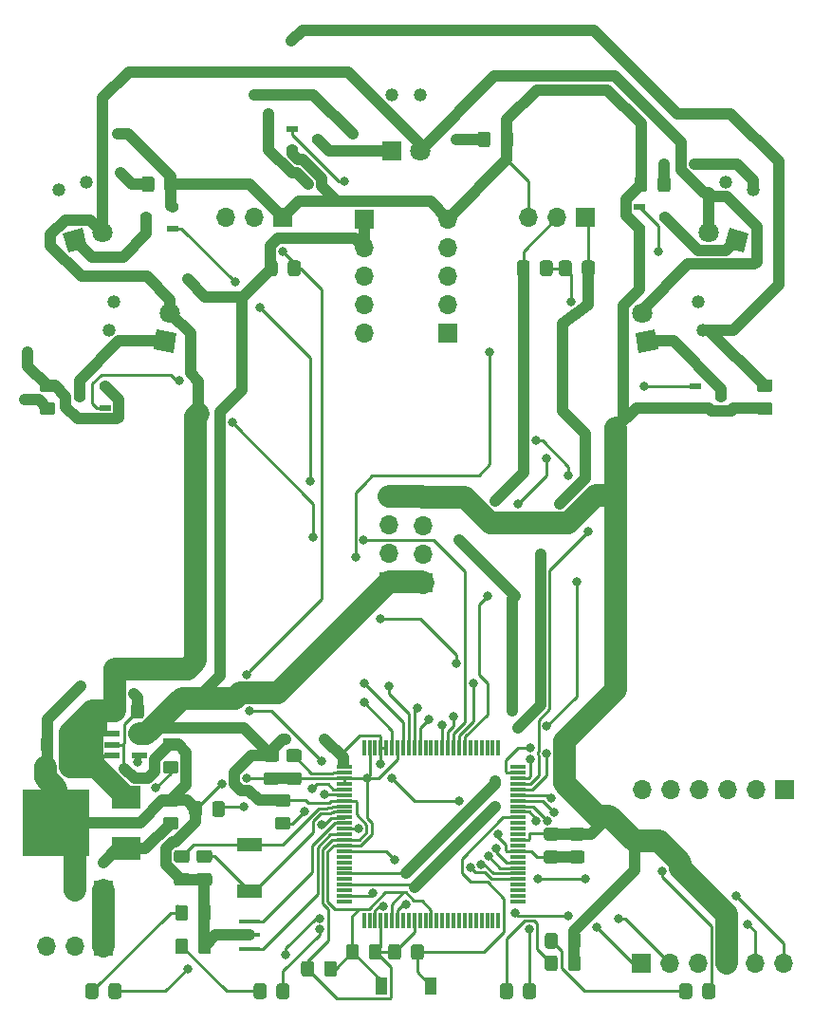
<source format=gbr>
%TF.GenerationSoftware,KiCad,Pcbnew,(5.1.6)-1*%
%TF.CreationDate,2023-05-06T22:04:27+09:00*%
%TF.ProjectId,RX621,52583632-312e-46b6-9963-61645f706362,rev?*%
%TF.SameCoordinates,Original*%
%TF.FileFunction,Copper,L1,Top*%
%TF.FilePolarity,Positive*%
%FSLAX46Y46*%
G04 Gerber Fmt 4.6, Leading zero omitted, Abs format (unit mm)*
G04 Created by KiCad (PCBNEW (5.1.6)-1) date 2023-05-06 22:04:27*
%MOMM*%
%LPD*%
G01*
G04 APERTURE LIST*
%TA.AperFunction,ComponentPad*%
%ADD10O,1.700000X1.700000*%
%TD*%
%TA.AperFunction,ComponentPad*%
%ADD11R,1.700000X1.700000*%
%TD*%
%TA.AperFunction,SMDPad,CuDef*%
%ADD12R,1.475000X0.300000*%
%TD*%
%TA.AperFunction,SMDPad,CuDef*%
%ADD13R,0.300000X1.475000*%
%TD*%
%TA.AperFunction,SMDPad,CuDef*%
%ADD14R,2.500000X2.000000*%
%TD*%
%TA.AperFunction,SMDPad,CuDef*%
%ADD15R,6.000000X6.000000*%
%TD*%
%TA.AperFunction,SMDPad,CuDef*%
%ADD16R,1.350000X0.600000*%
%TD*%
%TA.AperFunction,ComponentPad*%
%ADD17C,0.100000*%
%TD*%
%TA.AperFunction,ComponentPad*%
%ADD18C,1.800000*%
%TD*%
%TA.AperFunction,ComponentPad*%
%ADD19R,1.800000X1.800000*%
%TD*%
%TA.AperFunction,ComponentPad*%
%ADD20C,1.192000*%
%TD*%
%TA.AperFunction,SMDPad,CuDef*%
%ADD21R,1.050000X1.600000*%
%TD*%
%TA.AperFunction,SMDPad,CuDef*%
%ADD22R,1.000000X0.600000*%
%TD*%
%TA.AperFunction,SMDPad,CuDef*%
%ADD23R,2.200000X1.300000*%
%TD*%
%TA.AperFunction,SMDPad,CuDef*%
%ADD24R,1.900000X0.400000*%
%TD*%
%TA.AperFunction,ViaPad*%
%ADD25C,0.800000*%
%TD*%
%TA.AperFunction,Conductor*%
%ADD26C,2.000000*%
%TD*%
%TA.AperFunction,Conductor*%
%ADD27C,1.000000*%
%TD*%
%TA.AperFunction,Conductor*%
%ADD28C,0.250000*%
%TD*%
G04 APERTURE END LIST*
D10*
%TO.P,BAT1,2*%
%TO.N,GND*%
X176460000Y-148000000D03*
D11*
%TO.P,BAT1,1*%
%TO.N,+BAT*%
X179000000Y-148000000D03*
%TD*%
%TO.P,C1,2*%
%TO.N,GND*%
%TA.AperFunction,SMDPad,CuDef*%
G36*
G01*
X198700000Y-155450001D02*
X198700000Y-154549999D01*
G75*
G02*
X198949999Y-154300000I249999J0D01*
G01*
X199600001Y-154300000D01*
G75*
G02*
X199850000Y-154549999I0J-249999D01*
G01*
X199850000Y-155450001D01*
G75*
G02*
X199600001Y-155700000I-249999J0D01*
G01*
X198949999Y-155700000D01*
G75*
G02*
X198700000Y-155450001I0J249999D01*
G01*
G37*
%TD.AperFunction*%
%TO.P,C1,1*%
%TO.N,+3.3V*%
%TA.AperFunction,SMDPad,CuDef*%
G36*
G01*
X196650000Y-155450001D02*
X196650000Y-154549999D01*
G75*
G02*
X196899999Y-154300000I249999J0D01*
G01*
X197550001Y-154300000D01*
G75*
G02*
X197800000Y-154549999I0J-249999D01*
G01*
X197800000Y-155450001D01*
G75*
G02*
X197550001Y-155700000I-249999J0D01*
G01*
X196899999Y-155700000D01*
G75*
G02*
X196650000Y-155450001I0J249999D01*
G01*
G37*
%TD.AperFunction*%
%TD*%
%TO.P,C2,2*%
%TO.N,GND*%
%TA.AperFunction,SMDPad,CuDef*%
G36*
G01*
X201800000Y-153049999D02*
X201800000Y-153950001D01*
G75*
G02*
X201550001Y-154200000I-249999J0D01*
G01*
X200899999Y-154200000D01*
G75*
G02*
X200650000Y-153950001I0J249999D01*
G01*
X200650000Y-153049999D01*
G75*
G02*
X200899999Y-152800000I249999J0D01*
G01*
X201550001Y-152800000D01*
G75*
G02*
X201800000Y-153049999I0J-249999D01*
G01*
G37*
%TD.AperFunction*%
%TO.P,C2,1*%
%TO.N,+3.3V*%
%TA.AperFunction,SMDPad,CuDef*%
G36*
G01*
X203850000Y-153049999D02*
X203850000Y-153950001D01*
G75*
G02*
X203600001Y-154200000I-249999J0D01*
G01*
X202949999Y-154200000D01*
G75*
G02*
X202700000Y-153950001I0J249999D01*
G01*
X202700000Y-153049999D01*
G75*
G02*
X202949999Y-152800000I249999J0D01*
G01*
X203600001Y-152800000D01*
G75*
G02*
X203850000Y-153049999I0J-249999D01*
G01*
G37*
%TD.AperFunction*%
%TD*%
%TO.P,C3,1*%
%TO.N,+3.3V*%
%TA.AperFunction,SMDPad,CuDef*%
G36*
G01*
X193549999Y-135400000D02*
X194450001Y-135400000D01*
G75*
G02*
X194700000Y-135649999I0J-249999D01*
G01*
X194700000Y-136300001D01*
G75*
G02*
X194450001Y-136550000I-249999J0D01*
G01*
X193549999Y-136550000D01*
G75*
G02*
X193300000Y-136300001I0J249999D01*
G01*
X193300000Y-135649999D01*
G75*
G02*
X193549999Y-135400000I249999J0D01*
G01*
G37*
%TD.AperFunction*%
%TO.P,C3,2*%
%TO.N,GND*%
%TA.AperFunction,SMDPad,CuDef*%
G36*
G01*
X193549999Y-137450000D02*
X194450001Y-137450000D01*
G75*
G02*
X194700000Y-137699999I0J-249999D01*
G01*
X194700000Y-138350001D01*
G75*
G02*
X194450001Y-138600000I-249999J0D01*
G01*
X193549999Y-138600000D01*
G75*
G02*
X193300000Y-138350001I0J249999D01*
G01*
X193300000Y-137699999D01*
G75*
G02*
X193549999Y-137450000I249999J0D01*
G01*
G37*
%TD.AperFunction*%
%TD*%
%TO.P,C4,1*%
%TO.N,+5V*%
%TA.AperFunction,SMDPad,CuDef*%
G36*
G01*
X179425000Y-132450001D02*
X179425000Y-131549999D01*
G75*
G02*
X179674999Y-131300000I249999J0D01*
G01*
X180325001Y-131300000D01*
G75*
G02*
X180575000Y-131549999I0J-249999D01*
G01*
X180575000Y-132450001D01*
G75*
G02*
X180325001Y-132700000I-249999J0D01*
G01*
X179674999Y-132700000D01*
G75*
G02*
X179425000Y-132450001I0J249999D01*
G01*
G37*
%TD.AperFunction*%
%TO.P,C4,2*%
%TO.N,GND*%
%TA.AperFunction,SMDPad,CuDef*%
G36*
G01*
X181475000Y-132450001D02*
X181475000Y-131549999D01*
G75*
G02*
X181724999Y-131300000I249999J0D01*
G01*
X182375001Y-131300000D01*
G75*
G02*
X182625000Y-131549999I0J-249999D01*
G01*
X182625000Y-132450001D01*
G75*
G02*
X182375001Y-132700000I-249999J0D01*
G01*
X181724999Y-132700000D01*
G75*
G02*
X181475000Y-132450001I0J249999D01*
G01*
G37*
%TD.AperFunction*%
%TD*%
%TO.P,C5,2*%
%TO.N,GND*%
%TA.AperFunction,SMDPad,CuDef*%
G36*
G01*
X185450001Y-135550000D02*
X184549999Y-135550000D01*
G75*
G02*
X184300000Y-135300001I0J249999D01*
G01*
X184300000Y-134649999D01*
G75*
G02*
X184549999Y-134400000I249999J0D01*
G01*
X185450001Y-134400000D01*
G75*
G02*
X185700000Y-134649999I0J-249999D01*
G01*
X185700000Y-135300001D01*
G75*
G02*
X185450001Y-135550000I-249999J0D01*
G01*
G37*
%TD.AperFunction*%
%TO.P,C5,1*%
%TO.N,Net-(C5-Pad1)*%
%TA.AperFunction,SMDPad,CuDef*%
G36*
G01*
X185450001Y-137600000D02*
X184549999Y-137600000D01*
G75*
G02*
X184300000Y-137350001I0J249999D01*
G01*
X184300000Y-136699999D01*
G75*
G02*
X184549999Y-136450000I249999J0D01*
G01*
X185450001Y-136450000D01*
G75*
G02*
X185700000Y-136699999I0J-249999D01*
G01*
X185700000Y-137350001D01*
G75*
G02*
X185450001Y-137600000I-249999J0D01*
G01*
G37*
%TD.AperFunction*%
%TD*%
%TO.P,C6,1*%
%TO.N,GND*%
%TA.AperFunction,SMDPad,CuDef*%
G36*
G01*
X218549999Y-142400000D02*
X219450001Y-142400000D01*
G75*
G02*
X219700000Y-142649999I0J-249999D01*
G01*
X219700000Y-143300001D01*
G75*
G02*
X219450001Y-143550000I-249999J0D01*
G01*
X218549999Y-143550000D01*
G75*
G02*
X218300000Y-143300001I0J249999D01*
G01*
X218300000Y-142649999D01*
G75*
G02*
X218549999Y-142400000I249999J0D01*
G01*
G37*
%TD.AperFunction*%
%TO.P,C6,2*%
%TO.N,+3.3V*%
%TA.AperFunction,SMDPad,CuDef*%
G36*
G01*
X218549999Y-144450000D02*
X219450001Y-144450000D01*
G75*
G02*
X219700000Y-144699999I0J-249999D01*
G01*
X219700000Y-145350001D01*
G75*
G02*
X219450001Y-145600000I-249999J0D01*
G01*
X218549999Y-145600000D01*
G75*
G02*
X218300000Y-145350001I0J249999D01*
G01*
X218300000Y-144699999D01*
G75*
G02*
X218549999Y-144450000I249999J0D01*
G01*
G37*
%TD.AperFunction*%
%TD*%
%TO.P,C7,1*%
%TO.N,GND*%
%TA.AperFunction,SMDPad,CuDef*%
G36*
G01*
X186650000Y-141200001D02*
X186650000Y-140299999D01*
G75*
G02*
X186899999Y-140050000I249999J0D01*
G01*
X187550001Y-140050000D01*
G75*
G02*
X187800000Y-140299999I0J-249999D01*
G01*
X187800000Y-141200001D01*
G75*
G02*
X187550001Y-141450000I-249999J0D01*
G01*
X186899999Y-141450000D01*
G75*
G02*
X186650000Y-141200001I0J249999D01*
G01*
G37*
%TD.AperFunction*%
%TO.P,C7,2*%
%TO.N,Net-(C7-Pad2)*%
%TA.AperFunction,SMDPad,CuDef*%
G36*
G01*
X188700000Y-141200001D02*
X188700000Y-140299999D01*
G75*
G02*
X188949999Y-140050000I249999J0D01*
G01*
X189600001Y-140050000D01*
G75*
G02*
X189850000Y-140299999I0J-249999D01*
G01*
X189850000Y-141200001D01*
G75*
G02*
X189600001Y-141450000I-249999J0D01*
G01*
X188949999Y-141450000D01*
G75*
G02*
X188700000Y-141200001I0J249999D01*
G01*
G37*
%TD.AperFunction*%
%TD*%
%TO.P,C8,2*%
%TO.N,+3.3V*%
%TA.AperFunction,SMDPad,CuDef*%
G36*
G01*
X220799999Y-144450000D02*
X221700001Y-144450000D01*
G75*
G02*
X221950000Y-144699999I0J-249999D01*
G01*
X221950000Y-145350001D01*
G75*
G02*
X221700001Y-145600000I-249999J0D01*
G01*
X220799999Y-145600000D01*
G75*
G02*
X220550000Y-145350001I0J249999D01*
G01*
X220550000Y-144699999D01*
G75*
G02*
X220799999Y-144450000I249999J0D01*
G01*
G37*
%TD.AperFunction*%
%TO.P,C8,1*%
%TO.N,GND*%
%TA.AperFunction,SMDPad,CuDef*%
G36*
G01*
X220799999Y-142400000D02*
X221700001Y-142400000D01*
G75*
G02*
X221950000Y-142649999I0J-249999D01*
G01*
X221950000Y-143300001D01*
G75*
G02*
X221700001Y-143550000I-249999J0D01*
G01*
X220799999Y-143550000D01*
G75*
G02*
X220550000Y-143300001I0J249999D01*
G01*
X220550000Y-142649999D01*
G75*
G02*
X220799999Y-142400000I249999J0D01*
G01*
G37*
%TD.AperFunction*%
%TD*%
%TO.P,C9,2*%
%TO.N,GND*%
%TA.AperFunction,SMDPad,CuDef*%
G36*
G01*
X185549999Y-146450000D02*
X186450001Y-146450000D01*
G75*
G02*
X186700000Y-146699999I0J-249999D01*
G01*
X186700000Y-147350001D01*
G75*
G02*
X186450001Y-147600000I-249999J0D01*
G01*
X185549999Y-147600000D01*
G75*
G02*
X185300000Y-147350001I0J249999D01*
G01*
X185300000Y-146699999D01*
G75*
G02*
X185549999Y-146450000I249999J0D01*
G01*
G37*
%TD.AperFunction*%
%TO.P,C9,1*%
%TO.N,XCIN*%
%TA.AperFunction,SMDPad,CuDef*%
G36*
G01*
X185549999Y-144400000D02*
X186450001Y-144400000D01*
G75*
G02*
X186700000Y-144649999I0J-249999D01*
G01*
X186700000Y-145300001D01*
G75*
G02*
X186450001Y-145550000I-249999J0D01*
G01*
X185549999Y-145550000D01*
G75*
G02*
X185300000Y-145300001I0J249999D01*
G01*
X185300000Y-144649999D01*
G75*
G02*
X185549999Y-144400000I249999J0D01*
G01*
G37*
%TD.AperFunction*%
%TD*%
%TO.P,C10,1*%
%TO.N,XCOUT*%
%TA.AperFunction,SMDPad,CuDef*%
G36*
G01*
X187549999Y-144400000D02*
X188450001Y-144400000D01*
G75*
G02*
X188700000Y-144649999I0J-249999D01*
G01*
X188700000Y-145300001D01*
G75*
G02*
X188450001Y-145550000I-249999J0D01*
G01*
X187549999Y-145550000D01*
G75*
G02*
X187300000Y-145300001I0J249999D01*
G01*
X187300000Y-144649999D01*
G75*
G02*
X187549999Y-144400000I249999J0D01*
G01*
G37*
%TD.AperFunction*%
%TO.P,C10,2*%
%TO.N,GND*%
%TA.AperFunction,SMDPad,CuDef*%
G36*
G01*
X187549999Y-146450000D02*
X188450001Y-146450000D01*
G75*
G02*
X188700000Y-146699999I0J-249999D01*
G01*
X188700000Y-147350001D01*
G75*
G02*
X188450001Y-147600000I-249999J0D01*
G01*
X187549999Y-147600000D01*
G75*
G02*
X187300000Y-147350001I0J249999D01*
G01*
X187300000Y-146699999D01*
G75*
G02*
X187549999Y-146450000I249999J0D01*
G01*
G37*
%TD.AperFunction*%
%TD*%
%TO.P,C11,1*%
%TO.N,GND*%
%TA.AperFunction,SMDPad,CuDef*%
G36*
G01*
X184549999Y-139400000D02*
X185450001Y-139400000D01*
G75*
G02*
X185700000Y-139649999I0J-249999D01*
G01*
X185700000Y-140300001D01*
G75*
G02*
X185450001Y-140550000I-249999J0D01*
G01*
X184549999Y-140550000D01*
G75*
G02*
X184300000Y-140300001I0J249999D01*
G01*
X184300000Y-139649999D01*
G75*
G02*
X184549999Y-139400000I249999J0D01*
G01*
G37*
%TD.AperFunction*%
%TO.P,C11,2*%
%TO.N,Net-(C11-Pad2)*%
%TA.AperFunction,SMDPad,CuDef*%
G36*
G01*
X184549999Y-141450000D02*
X185450001Y-141450000D01*
G75*
G02*
X185700000Y-141699999I0J-249999D01*
G01*
X185700000Y-142350001D01*
G75*
G02*
X185450001Y-142600000I-249999J0D01*
G01*
X184549999Y-142600000D01*
G75*
G02*
X184300000Y-142350001I0J249999D01*
G01*
X184300000Y-141699999D01*
G75*
G02*
X184549999Y-141450000I249999J0D01*
G01*
G37*
%TD.AperFunction*%
%TD*%
%TO.P,C12,2*%
%TO.N,+5V*%
%TA.AperFunction,SMDPad,CuDef*%
G36*
G01*
X175450000Y-137450001D02*
X175450000Y-136549999D01*
G75*
G02*
X175699999Y-136300000I249999J0D01*
G01*
X176350001Y-136300000D01*
G75*
G02*
X176600000Y-136549999I0J-249999D01*
G01*
X176600000Y-137450001D01*
G75*
G02*
X176350001Y-137700000I-249999J0D01*
G01*
X175699999Y-137700000D01*
G75*
G02*
X175450000Y-137450001I0J249999D01*
G01*
G37*
%TD.AperFunction*%
%TO.P,C12,1*%
%TO.N,GND*%
%TA.AperFunction,SMDPad,CuDef*%
G36*
G01*
X173400000Y-137450001D02*
X173400000Y-136549999D01*
G75*
G02*
X173649999Y-136300000I249999J0D01*
G01*
X174300001Y-136300000D01*
G75*
G02*
X174550000Y-136549999I0J-249999D01*
G01*
X174550000Y-137450001D01*
G75*
G02*
X174300001Y-137700000I-249999J0D01*
G01*
X173649999Y-137700000D01*
G75*
G02*
X173400000Y-137450001I0J249999D01*
G01*
G37*
%TD.AperFunction*%
%TD*%
%TO.P,C13,1*%
%TO.N,GND*%
%TA.AperFunction,SMDPad,CuDef*%
G36*
G01*
X173400000Y-135450001D02*
X173400000Y-134549999D01*
G75*
G02*
X173649999Y-134300000I249999J0D01*
G01*
X174300001Y-134300000D01*
G75*
G02*
X174550000Y-134549999I0J-249999D01*
G01*
X174550000Y-135450001D01*
G75*
G02*
X174300001Y-135700000I-249999J0D01*
G01*
X173649999Y-135700000D01*
G75*
G02*
X173400000Y-135450001I0J249999D01*
G01*
G37*
%TD.AperFunction*%
%TO.P,C13,2*%
%TO.N,+5V*%
%TA.AperFunction,SMDPad,CuDef*%
G36*
G01*
X175450000Y-135450001D02*
X175450000Y-134549999D01*
G75*
G02*
X175699999Y-134300000I249999J0D01*
G01*
X176350001Y-134300000D01*
G75*
G02*
X176600000Y-134549999I0J-249999D01*
G01*
X176600000Y-135450001D01*
G75*
G02*
X176350001Y-135700000I-249999J0D01*
G01*
X175699999Y-135700000D01*
G75*
G02*
X175450000Y-135450001I0J249999D01*
G01*
G37*
%TD.AperFunction*%
%TD*%
%TO.P,CN1,1*%
%TO.N,TxD1*%
X222000000Y-88000000D03*
D10*
%TO.P,CN1,2*%
%TO.N,RxD1*%
X219460000Y-88000000D03*
%TO.P,CN1,3*%
%TO.N,GND*%
X216920000Y-88000000D03*
%TD*%
%TO.P,ENC_L1,4*%
%TO.N,GND*%
X204500000Y-112880000D03*
%TO.P,ENC_L1,3*%
%TO.N,PB5*%
X204500000Y-115420000D03*
%TO.P,ENC_L1,2*%
%TO.N,PB4*%
X204500000Y-117960000D03*
D11*
%TO.P,ENC_L1,1*%
%TO.N,+3.3V*%
X204500000Y-120500000D03*
%TD*%
%TO.P,ENC_R1,1*%
%TO.N,+3.3V*%
X207500000Y-120540000D03*
D10*
%TO.P,ENC_R1,2*%
%TO.N,PB2*%
X207500000Y-118000000D03*
%TO.P,ENC_R1,3*%
%TO.N,PB3*%
X207500000Y-115460000D03*
%TO.P,ENC_R1,4*%
%TO.N,GND*%
X207500000Y-112920000D03*
%TD*%
%TO.P,G1,5*%
%TO.N,PE7*%
X202250000Y-98260000D03*
%TO.P,G1,4*%
%TO.N,PE6*%
X202250000Y-95720000D03*
%TO.P,G1,3*%
%TO.N,PE5*%
X202250000Y-93180000D03*
%TO.P,G1,2*%
%TO.N,+3.3V*%
X202250000Y-90640000D03*
D11*
%TO.P,G1,1*%
X202250000Y-88100000D03*
%TD*%
%TO.P,G2,1*%
%TO.N,PE4*%
X209750000Y-98250000D03*
D10*
%TO.P,G2,2*%
%TO.N,N/C*%
X209750000Y-95710000D03*
%TO.P,G2,3*%
X209750000Y-93170000D03*
%TO.P,G2,4*%
X209750000Y-90630000D03*
%TO.P,G2,5*%
%TO.N,GND*%
X209750000Y-88090000D03*
%TD*%
D12*
%TO.P,IC1,1*%
%TO.N,+3.3V*%
X200512000Y-137000000D03*
%TO.P,IC1,2*%
%TO.N,EMLE*%
X200512000Y-137500000D03*
%TO.P,IC1,3*%
%TO.N,GND*%
X200512000Y-138000000D03*
%TO.P,IC1,4*%
X200512000Y-138500000D03*
%TO.P,IC1,5*%
%TO.N,Net-(C7-Pad2)*%
X200512000Y-139000000D03*
%TO.P,IC1,6*%
%TO.N,MD1*%
X200512000Y-139500000D03*
%TO.P,IC1,7*%
%TO.N,+3.3V*%
X200512000Y-140000000D03*
%TO.P,IC1,8*%
%TO.N,XCIN*%
X200512000Y-140500000D03*
%TO.P,IC1,9*%
%TO.N,XCOUT*%
X200512000Y-141000000D03*
%TO.P,IC1,10*%
%TO.N,RST*%
X200512000Y-141500000D03*
%TO.P,IC1,11*%
%TO.N,XTAL*%
X200512000Y-142000000D03*
%TO.P,IC1,12*%
%TO.N,GND*%
X200512000Y-142500000D03*
%TO.P,IC1,13*%
%TO.N,EXTAL*%
X200512000Y-143000000D03*
%TO.P,IC1,14*%
%TO.N,+3.3V*%
X200512000Y-143500000D03*
%TO.P,IC1,15*%
%TO.N,GND*%
X200512000Y-144000000D03*
%TO.P,IC1,16*%
%TO.N,P34*%
X200512000Y-144500000D03*
%TO.P,IC1,17*%
%TO.N,N/C*%
X200512000Y-145000000D03*
%TO.P,IC1,18*%
X200512000Y-145500000D03*
%TO.P,IC1,19*%
X200512000Y-146000000D03*
%TO.P,IC1,20*%
%TO.N,RxD1*%
X200512000Y-146500000D03*
%TO.P,IC1,21*%
%TO.N,N/C*%
X200512000Y-147000000D03*
%TO.P,IC1,22*%
%TO.N,TxD1*%
X200512000Y-147500000D03*
%TO.P,IC1,23*%
%TO.N,N/C*%
X200512000Y-148000000D03*
%TO.P,IC1,24*%
%TO.N,P24*%
X200512000Y-148500000D03*
%TO.P,IC1,25*%
%TO.N,N/C*%
X200512000Y-149000000D03*
D13*
%TO.P,IC1,26*%
X202250000Y-150738000D03*
%TO.P,IC1,27*%
X202750000Y-150738000D03*
%TO.P,IC1,28*%
%TO.N,P20*%
X203250000Y-150738000D03*
%TO.P,IC1,29*%
%TO.N,+3.3V*%
X203750000Y-150738000D03*
%TO.P,IC1,30*%
%TO.N,N/C*%
X204250000Y-150738000D03*
%TO.P,IC1,31*%
%TO.N,GND*%
X204750000Y-150738000D03*
%TO.P,IC1,32*%
%TO.N,P14*%
X205250000Y-150738000D03*
%TO.P,IC1,33*%
%TO.N,N/C*%
X205750000Y-150738000D03*
%TO.P,IC1,34*%
X206250000Y-150738000D03*
%TO.P,IC1,35*%
%TO.N,+3.3V*%
X206750000Y-150738000D03*
%TO.P,IC1,36*%
%TO.N,N/C*%
X207250000Y-150738000D03*
%TO.P,IC1,37*%
X207750000Y-150738000D03*
%TO.P,IC1,38*%
%TO.N,GND*%
X208250000Y-150738000D03*
%TO.P,IC1,39*%
%TO.N,N/C*%
X208750000Y-150738000D03*
%TO.P,IC1,40*%
X209250000Y-150738000D03*
%TO.P,IC1,41*%
X209750000Y-150738000D03*
%TO.P,IC1,42*%
X210250000Y-150738000D03*
%TO.P,IC1,43*%
X210750000Y-150738000D03*
%TO.P,IC1,44*%
X211250000Y-150738000D03*
%TO.P,IC1,45*%
X211750000Y-150738000D03*
%TO.P,IC1,46*%
X212250000Y-150738000D03*
%TO.P,IC1,47*%
X212750000Y-150738000D03*
%TO.P,IC1,48*%
X213250000Y-150738000D03*
%TO.P,IC1,49*%
X213750000Y-150738000D03*
%TO.P,IC1,50*%
X214250000Y-150738000D03*
D12*
%TO.P,IC1,51*%
X215988000Y-149000000D03*
%TO.P,IC1,52*%
X215988000Y-148500000D03*
%TO.P,IC1,53*%
X215988000Y-148000000D03*
%TO.P,IC1,54*%
X215988000Y-147500000D03*
%TO.P,IC1,55*%
%TO.N,PB5*%
X215988000Y-147000000D03*
%TO.P,IC1,56*%
%TO.N,PB4*%
X215988000Y-146500000D03*
%TO.P,IC1,57*%
%TO.N,PB3*%
X215988000Y-146000000D03*
%TO.P,IC1,58*%
%TO.N,PB2*%
X215988000Y-145500000D03*
%TO.P,IC1,59*%
%TO.N,N/C*%
X215988000Y-145000000D03*
%TO.P,IC1,60*%
%TO.N,+3.3V*%
X215988000Y-144500000D03*
%TO.P,IC1,61*%
%TO.N,N/C*%
X215988000Y-144000000D03*
%TO.P,IC1,62*%
%TO.N,GND*%
X215988000Y-143500000D03*
%TO.P,IC1,63*%
%TO.N,N/C*%
X215988000Y-143000000D03*
%TO.P,IC1,64*%
X215988000Y-142500000D03*
%TO.P,IC1,65*%
X215988000Y-142000000D03*
%TO.P,IC1,66*%
%TO.N,PA4*%
X215988000Y-141500000D03*
%TO.P,IC1,67*%
%TO.N,PA3*%
X215988000Y-141000000D03*
%TO.P,IC1,68*%
%TO.N,PA2*%
X215988000Y-140500000D03*
%TO.P,IC1,69*%
%TO.N,PA1*%
X215988000Y-140000000D03*
%TO.P,IC1,70*%
%TO.N,PA0*%
X215988000Y-139500000D03*
%TO.P,IC1,71*%
%TO.N,PE7*%
X215988000Y-139000000D03*
%TO.P,IC1,72*%
%TO.N,PE6*%
X215988000Y-138500000D03*
%TO.P,IC1,73*%
%TO.N,PE5*%
X215988000Y-138000000D03*
%TO.P,IC1,74*%
%TO.N,PE4*%
X215988000Y-137500000D03*
%TO.P,IC1,75*%
%TO.N,N/C*%
X215988000Y-137000000D03*
D13*
%TO.P,IC1,76*%
X214250000Y-135262000D03*
%TO.P,IC1,77*%
X213750000Y-135262000D03*
%TO.P,IC1,78*%
X213250000Y-135262000D03*
%TO.P,IC1,79*%
X212750000Y-135262000D03*
%TO.P,IC1,80*%
X212250000Y-135262000D03*
%TO.P,IC1,81*%
X211750000Y-135262000D03*
%TO.P,IC1,82*%
%TO.N,PD4*%
X211250000Y-135262000D03*
%TO.P,IC1,83*%
%TO.N,PD3*%
X210750000Y-135262000D03*
%TO.P,IC1,84*%
%TO.N,PD2*%
X210250000Y-135262000D03*
%TO.P,IC1,85*%
%TO.N,PD1*%
X209750000Y-135262000D03*
%TO.P,IC1,86*%
%TO.N,PD0*%
X209250000Y-135262000D03*
%TO.P,IC1,87*%
%TO.N,N/C*%
X208750000Y-135262000D03*
%TO.P,IC1,88*%
X208250000Y-135262000D03*
%TO.P,IC1,89*%
X207750000Y-135262000D03*
%TO.P,IC1,90*%
%TO.N,AN4*%
X207250000Y-135262000D03*
%TO.P,IC1,91*%
%TO.N,AN3*%
X206750000Y-135262000D03*
%TO.P,IC1,92*%
%TO.N,AN2*%
X206250000Y-135262000D03*
%TO.P,IC1,93*%
%TO.N,AN1*%
X205750000Y-135262000D03*
%TO.P,IC1,94*%
%TO.N,GND*%
X205250000Y-135262000D03*
%TO.P,IC1,95*%
%TO.N,AN0*%
X204750000Y-135262000D03*
%TO.P,IC1,96*%
%TO.N,+3.3V*%
X204250000Y-135262000D03*
%TO.P,IC1,97*%
X203750000Y-135262000D03*
%TO.P,IC1,98*%
%TO.N,N/C*%
X203250000Y-135262000D03*
%TO.P,IC1,99*%
%TO.N,GND*%
X202750000Y-135262000D03*
%TO.P,IC1,100*%
%TO.N,N/C*%
X202250000Y-135262000D03*
%TD*%
D14*
%TO.P,IC2,1*%
%TO.N,Net-(C11-Pad2)*%
X181055000Y-144300000D03*
D15*
%TO.P,IC2,2*%
%TO.N,GND*%
X174805000Y-142000000D03*
D14*
%TO.P,IC2,3*%
%TO.N,+5V*%
X181055000Y-139700000D03*
%TD*%
D16*
%TO.P,IC3,1*%
%TO.N,+5V*%
X179800000Y-134050000D03*
%TO.P,IC3,2*%
%TO.N,GND*%
X179800000Y-135000000D03*
%TO.P,IC3,3*%
%TO.N,+5V*%
X179800000Y-135950000D03*
%TO.P,IC3,4*%
%TO.N,Net-(C5-Pad1)*%
X182200000Y-135950000D03*
%TO.P,IC3,5*%
%TO.N,+3.3V*%
X182200000Y-134050000D03*
%TD*%
%TA.AperFunction,ComponentPad*%
D17*
%TO.P,IR0,1*%
%TO.N,Net-(IR0-Pad1)*%
G36*
X185230044Y-100042610D02*
G01*
X183457390Y-99730044D01*
X183769956Y-97957390D01*
X185542610Y-98269956D01*
X185230044Y-100042610D01*
G37*
%TD.AperFunction*%
D18*
%TO.P,IR0,2*%
%TO.N,+5V*%
X184941066Y-96498588D03*
%TD*%
%TA.AperFunction,ComponentPad*%
D17*
%TO.P,IR1,1*%
%TO.N,Net-(IR1-Pad1)*%
G36*
X175863604Y-91102270D02*
G01*
X175397730Y-89363604D01*
X177136396Y-88897730D01*
X177602270Y-90636396D01*
X175863604Y-91102270D01*
G37*
%TD.AperFunction*%
D18*
%TO.P,IR1,2*%
%TO.N,+5V*%
X178953452Y-89342600D03*
%TD*%
%TO.P,IR2,2*%
%TO.N,+5V*%
X207290000Y-82000000D03*
D19*
%TO.P,IR2,1*%
%TO.N,Net-(IR2-Pad1)*%
X204750000Y-82000000D03*
%TD*%
%TA.AperFunction,ComponentPad*%
D17*
%TO.P,IR3,1*%
%TO.N,Net-(IR3-Pad1)*%
G36*
X236602270Y-89363604D02*
G01*
X236136396Y-91102270D01*
X234397730Y-90636396D01*
X234863604Y-88897730D01*
X236602270Y-89363604D01*
G37*
%TD.AperFunction*%
D18*
%TO.P,IR3,2*%
%TO.N,+5V*%
X233046548Y-89342600D03*
%TD*%
%TO.P,IR4,2*%
%TO.N,+5V*%
X227058934Y-96498588D03*
%TA.AperFunction,ComponentPad*%
D17*
%TO.P,IR4,1*%
%TO.N,Net-(IR4-Pad1)*%
G36*
X228542610Y-99730044D02*
G01*
X226769956Y-100042610D01*
X226457390Y-98269956D01*
X228230044Y-97957390D01*
X228542610Y-99730044D01*
G37*
%TD.AperFunction*%
%TD*%
%TO.P,L1,1*%
%TO.N,Net-(L1-Pad1)*%
%TA.AperFunction,SMDPad,CuDef*%
G36*
G01*
X230400000Y-157450001D02*
X230400000Y-156549999D01*
G75*
G02*
X230649999Y-156300000I249999J0D01*
G01*
X231300001Y-156300000D01*
G75*
G02*
X231550000Y-156549999I0J-249999D01*
G01*
X231550000Y-157450001D01*
G75*
G02*
X231300001Y-157700000I-249999J0D01*
G01*
X230649999Y-157700000D01*
G75*
G02*
X230400000Y-157450001I0J249999D01*
G01*
G37*
%TD.AperFunction*%
%TO.P,L1,2*%
%TO.N,PA0*%
%TA.AperFunction,SMDPad,CuDef*%
G36*
G01*
X232450000Y-157450001D02*
X232450000Y-156549999D01*
G75*
G02*
X232699999Y-156300000I249999J0D01*
G01*
X233350001Y-156300000D01*
G75*
G02*
X233600000Y-156549999I0J-249999D01*
G01*
X233600000Y-157450001D01*
G75*
G02*
X233350001Y-157700000I-249999J0D01*
G01*
X232699999Y-157700000D01*
G75*
G02*
X232450000Y-157450001I0J249999D01*
G01*
G37*
%TD.AperFunction*%
%TD*%
%TO.P,L2,2*%
%TO.N,PA1*%
%TA.AperFunction,SMDPad,CuDef*%
G36*
G01*
X216450000Y-157450001D02*
X216450000Y-156549999D01*
G75*
G02*
X216699999Y-156300000I249999J0D01*
G01*
X217350001Y-156300000D01*
G75*
G02*
X217600000Y-156549999I0J-249999D01*
G01*
X217600000Y-157450001D01*
G75*
G02*
X217350001Y-157700000I-249999J0D01*
G01*
X216699999Y-157700000D01*
G75*
G02*
X216450000Y-157450001I0J249999D01*
G01*
G37*
%TD.AperFunction*%
%TO.P,L2,1*%
%TO.N,Net-(L2-Pad1)*%
%TA.AperFunction,SMDPad,CuDef*%
G36*
G01*
X214400000Y-157450001D02*
X214400000Y-156549999D01*
G75*
G02*
X214649999Y-156300000I249999J0D01*
G01*
X215300001Y-156300000D01*
G75*
G02*
X215550000Y-156549999I0J-249999D01*
G01*
X215550000Y-157450001D01*
G75*
G02*
X215300001Y-157700000I-249999J0D01*
G01*
X214649999Y-157700000D01*
G75*
G02*
X214400000Y-157450001I0J249999D01*
G01*
G37*
%TD.AperFunction*%
%TD*%
%TO.P,L3,1*%
%TO.N,Net-(L3-Pad1)*%
%TA.AperFunction,SMDPad,CuDef*%
G36*
G01*
X192400000Y-157450001D02*
X192400000Y-156549999D01*
G75*
G02*
X192649999Y-156300000I249999J0D01*
G01*
X193300001Y-156300000D01*
G75*
G02*
X193550000Y-156549999I0J-249999D01*
G01*
X193550000Y-157450001D01*
G75*
G02*
X193300001Y-157700000I-249999J0D01*
G01*
X192649999Y-157700000D01*
G75*
G02*
X192400000Y-157450001I0J249999D01*
G01*
G37*
%TD.AperFunction*%
%TO.P,L3,2*%
%TO.N,PA2*%
%TA.AperFunction,SMDPad,CuDef*%
G36*
G01*
X194450000Y-157450001D02*
X194450000Y-156549999D01*
G75*
G02*
X194699999Y-156300000I249999J0D01*
G01*
X195350001Y-156300000D01*
G75*
G02*
X195600000Y-156549999I0J-249999D01*
G01*
X195600000Y-157450001D01*
G75*
G02*
X195350001Y-157700000I-249999J0D01*
G01*
X194699999Y-157700000D01*
G75*
G02*
X194450000Y-157450001I0J249999D01*
G01*
G37*
%TD.AperFunction*%
%TD*%
%TO.P,L4,2*%
%TO.N,PA3*%
%TA.AperFunction,SMDPad,CuDef*%
G36*
G01*
X179450000Y-157450001D02*
X179450000Y-156549999D01*
G75*
G02*
X179699999Y-156300000I249999J0D01*
G01*
X180350001Y-156300000D01*
G75*
G02*
X180600000Y-156549999I0J-249999D01*
G01*
X180600000Y-157450001D01*
G75*
G02*
X180350001Y-157700000I-249999J0D01*
G01*
X179699999Y-157700000D01*
G75*
G02*
X179450000Y-157450001I0J249999D01*
G01*
G37*
%TD.AperFunction*%
%TO.P,L4,1*%
%TO.N,Net-(L4-Pad1)*%
%TA.AperFunction,SMDPad,CuDef*%
G36*
G01*
X177400000Y-157450001D02*
X177400000Y-156549999D01*
G75*
G02*
X177649999Y-156300000I249999J0D01*
G01*
X178300001Y-156300000D01*
G75*
G02*
X178550000Y-156549999I0J-249999D01*
G01*
X178550000Y-157450001D01*
G75*
G02*
X178300001Y-157700000I-249999J0D01*
G01*
X177649999Y-157700000D01*
G75*
G02*
X177400000Y-157450001I0J249999D01*
G01*
G37*
%TD.AperFunction*%
%TD*%
D10*
%TO.P,MD1,6*%
%TO.N,N/C*%
X227050000Y-139000000D03*
%TO.P,MD1,5*%
%TO.N,PWM_R2*%
X229590000Y-139000000D03*
%TO.P,MD1,4*%
%TO.N,PWM_R1*%
X232130000Y-139000000D03*
%TO.P,MD1,3*%
%TO.N,PWM_L2*%
X234670000Y-139000000D03*
%TO.P,MD1,2*%
%TO.N,PWM_L1*%
X237210000Y-139000000D03*
D11*
%TO.P,MD1,1*%
%TO.N,N/C*%
X239750000Y-139000000D03*
%TD*%
%TO.P,MD2,1*%
%TO.N,P34*%
X227000000Y-154500000D03*
D10*
%TO.P,MD2,2*%
%TO.N,P20*%
X229540000Y-154500000D03*
%TO.P,MD2,3*%
%TO.N,+BAT*%
X232080000Y-154500000D03*
%TO.P,MD2,4*%
%TO.N,GND*%
X234620000Y-154500000D03*
%TO.P,MD2,5*%
%TO.N,P14*%
X237160000Y-154500000D03*
%TO.P,MD2,6*%
%TO.N,P24*%
X239700000Y-154500000D03*
%TD*%
%TO.P,R1,2*%
%TO.N,TxD1*%
%TA.AperFunction,SMDPad,CuDef*%
G36*
G01*
X221700000Y-92950001D02*
X221700000Y-92049999D01*
G75*
G02*
X221949999Y-91800000I249999J0D01*
G01*
X222600001Y-91800000D01*
G75*
G02*
X222850000Y-92049999I0J-249999D01*
G01*
X222850000Y-92950001D01*
G75*
G02*
X222600001Y-93200000I-249999J0D01*
G01*
X221949999Y-93200000D01*
G75*
G02*
X221700000Y-92950001I0J249999D01*
G01*
G37*
%TD.AperFunction*%
%TO.P,R1,1*%
%TO.N,+5V*%
%TA.AperFunction,SMDPad,CuDef*%
G36*
G01*
X219650000Y-92950001D02*
X219650000Y-92049999D01*
G75*
G02*
X219899999Y-91800000I249999J0D01*
G01*
X220550001Y-91800000D01*
G75*
G02*
X220800000Y-92049999I0J-249999D01*
G01*
X220800000Y-92950001D01*
G75*
G02*
X220550001Y-93200000I-249999J0D01*
G01*
X219899999Y-93200000D01*
G75*
G02*
X219650000Y-92950001I0J249999D01*
G01*
G37*
%TD.AperFunction*%
%TD*%
%TO.P,R2,2*%
%TO.N,RxD1*%
%TA.AperFunction,SMDPad,CuDef*%
G36*
G01*
X217050000Y-92049999D02*
X217050000Y-92950001D01*
G75*
G02*
X216800001Y-93200000I-249999J0D01*
G01*
X216149999Y-93200000D01*
G75*
G02*
X215900000Y-92950001I0J249999D01*
G01*
X215900000Y-92049999D01*
G75*
G02*
X216149999Y-91800000I249999J0D01*
G01*
X216800001Y-91800000D01*
G75*
G02*
X217050000Y-92049999I0J-249999D01*
G01*
G37*
%TD.AperFunction*%
%TO.P,R2,1*%
%TO.N,+5V*%
%TA.AperFunction,SMDPad,CuDef*%
G36*
G01*
X219100000Y-92049999D02*
X219100000Y-92950001D01*
G75*
G02*
X218850001Y-93200000I-249999J0D01*
G01*
X218199999Y-93200000D01*
G75*
G02*
X217950000Y-92950001I0J249999D01*
G01*
X217950000Y-92049999D01*
G75*
G02*
X218199999Y-91800000I249999J0D01*
G01*
X218850001Y-91800000D01*
G75*
G02*
X219100000Y-92049999I0J-249999D01*
G01*
G37*
%TD.AperFunction*%
%TD*%
%TO.P,R3,1*%
%TO.N,GND*%
%TA.AperFunction,SMDPad,CuDef*%
G36*
G01*
X196450001Y-138600000D02*
X195549999Y-138600000D01*
G75*
G02*
X195300000Y-138350001I0J249999D01*
G01*
X195300000Y-137699999D01*
G75*
G02*
X195549999Y-137450000I249999J0D01*
G01*
X196450001Y-137450000D01*
G75*
G02*
X196700000Y-137699999I0J-249999D01*
G01*
X196700000Y-138350001D01*
G75*
G02*
X196450001Y-138600000I-249999J0D01*
G01*
G37*
%TD.AperFunction*%
%TO.P,R3,2*%
%TO.N,EMLE*%
%TA.AperFunction,SMDPad,CuDef*%
G36*
G01*
X196450001Y-136550000D02*
X195549999Y-136550000D01*
G75*
G02*
X195300000Y-136300001I0J249999D01*
G01*
X195300000Y-135649999D01*
G75*
G02*
X195549999Y-135400000I249999J0D01*
G01*
X196450001Y-135400000D01*
G75*
G02*
X196700000Y-135649999I0J-249999D01*
G01*
X196700000Y-136300001D01*
G75*
G02*
X196450001Y-136550000I-249999J0D01*
G01*
G37*
%TD.AperFunction*%
%TD*%
%TO.P,R4,1*%
%TO.N,+3.3V*%
%TA.AperFunction,SMDPad,CuDef*%
G36*
G01*
X194549999Y-139400000D02*
X195450001Y-139400000D01*
G75*
G02*
X195700000Y-139649999I0J-249999D01*
G01*
X195700000Y-140300001D01*
G75*
G02*
X195450001Y-140550000I-249999J0D01*
G01*
X194549999Y-140550000D01*
G75*
G02*
X194300000Y-140300001I0J249999D01*
G01*
X194300000Y-139649999D01*
G75*
G02*
X194549999Y-139400000I249999J0D01*
G01*
G37*
%TD.AperFunction*%
%TO.P,R4,2*%
%TO.N,RST*%
%TA.AperFunction,SMDPad,CuDef*%
G36*
G01*
X194549999Y-141450000D02*
X195450001Y-141450000D01*
G75*
G02*
X195700000Y-141699999I0J-249999D01*
G01*
X195700000Y-142350001D01*
G75*
G02*
X195450001Y-142600000I-249999J0D01*
G01*
X194549999Y-142600000D01*
G75*
G02*
X194300000Y-142350001I0J249999D01*
G01*
X194300000Y-141699999D01*
G75*
G02*
X194549999Y-141450000I249999J0D01*
G01*
G37*
%TD.AperFunction*%
%TD*%
%TO.P,R5,2*%
%TO.N,MD1*%
%TA.AperFunction,SMDPad,CuDef*%
G36*
G01*
X195450000Y-92950001D02*
X195450000Y-92049999D01*
G75*
G02*
X195699999Y-91800000I249999J0D01*
G01*
X196350001Y-91800000D01*
G75*
G02*
X196600000Y-92049999I0J-249999D01*
G01*
X196600000Y-92950001D01*
G75*
G02*
X196350001Y-93200000I-249999J0D01*
G01*
X195699999Y-93200000D01*
G75*
G02*
X195450000Y-92950001I0J249999D01*
G01*
G37*
%TD.AperFunction*%
%TO.P,R5,1*%
%TO.N,+3.3V*%
%TA.AperFunction,SMDPad,CuDef*%
G36*
G01*
X193400000Y-92950001D02*
X193400000Y-92049999D01*
G75*
G02*
X193649999Y-91800000I249999J0D01*
G01*
X194300001Y-91800000D01*
G75*
G02*
X194550000Y-92049999I0J-249999D01*
G01*
X194550000Y-92950001D01*
G75*
G02*
X194300001Y-93200000I-249999J0D01*
G01*
X193649999Y-93200000D01*
G75*
G02*
X193400000Y-92950001I0J249999D01*
G01*
G37*
%TD.AperFunction*%
%TD*%
%TO.P,R6,1*%
%TO.N,+3.3V*%
%TA.AperFunction,SMDPad,CuDef*%
G36*
G01*
X204400000Y-153950001D02*
X204400000Y-153049999D01*
G75*
G02*
X204649999Y-152800000I249999J0D01*
G01*
X205300001Y-152800000D01*
G75*
G02*
X205550000Y-153049999I0J-249999D01*
G01*
X205550000Y-153950001D01*
G75*
G02*
X205300001Y-154200000I-249999J0D01*
G01*
X204649999Y-154200000D01*
G75*
G02*
X204400000Y-153950001I0J249999D01*
G01*
G37*
%TD.AperFunction*%
%TO.P,R6,2*%
%TO.N,PA4*%
%TA.AperFunction,SMDPad,CuDef*%
G36*
G01*
X206450000Y-153950001D02*
X206450000Y-153049999D01*
G75*
G02*
X206699999Y-152800000I249999J0D01*
G01*
X207350001Y-152800000D01*
G75*
G02*
X207600000Y-153049999I0J-249999D01*
G01*
X207600000Y-153950001D01*
G75*
G02*
X207350001Y-154200000I-249999J0D01*
G01*
X206699999Y-154200000D01*
G75*
G02*
X206450000Y-153950001I0J249999D01*
G01*
G37*
%TD.AperFunction*%
%TD*%
%TO.P,R7,1*%
%TO.N,Net-(L1-Pad1)*%
%TA.AperFunction,SMDPad,CuDef*%
G36*
G01*
X218400000Y-152950001D02*
X218400000Y-152049999D01*
G75*
G02*
X218649999Y-151800000I249999J0D01*
G01*
X219300001Y-151800000D01*
G75*
G02*
X219550000Y-152049999I0J-249999D01*
G01*
X219550000Y-152950001D01*
G75*
G02*
X219300001Y-153200000I-249999J0D01*
G01*
X218649999Y-153200000D01*
G75*
G02*
X218400000Y-152950001I0J249999D01*
G01*
G37*
%TD.AperFunction*%
%TO.P,R7,2*%
%TO.N,GND*%
%TA.AperFunction,SMDPad,CuDef*%
G36*
G01*
X220450000Y-152950001D02*
X220450000Y-152049999D01*
G75*
G02*
X220699999Y-151800000I249999J0D01*
G01*
X221350001Y-151800000D01*
G75*
G02*
X221600000Y-152049999I0J-249999D01*
G01*
X221600000Y-152950001D01*
G75*
G02*
X221350001Y-153200000I-249999J0D01*
G01*
X220699999Y-153200000D01*
G75*
G02*
X220450000Y-152950001I0J249999D01*
G01*
G37*
%TD.AperFunction*%
%TD*%
%TO.P,R8,2*%
%TO.N,GND*%
%TA.AperFunction,SMDPad,CuDef*%
G36*
G01*
X220450000Y-154950001D02*
X220450000Y-154049999D01*
G75*
G02*
X220699999Y-153800000I249999J0D01*
G01*
X221350001Y-153800000D01*
G75*
G02*
X221600000Y-154049999I0J-249999D01*
G01*
X221600000Y-154950001D01*
G75*
G02*
X221350001Y-155200000I-249999J0D01*
G01*
X220699999Y-155200000D01*
G75*
G02*
X220450000Y-154950001I0J249999D01*
G01*
G37*
%TD.AperFunction*%
%TO.P,R8,1*%
%TO.N,Net-(L2-Pad1)*%
%TA.AperFunction,SMDPad,CuDef*%
G36*
G01*
X218400000Y-154950001D02*
X218400000Y-154049999D01*
G75*
G02*
X218649999Y-153800000I249999J0D01*
G01*
X219300001Y-153800000D01*
G75*
G02*
X219550000Y-154049999I0J-249999D01*
G01*
X219550000Y-154950001D01*
G75*
G02*
X219300001Y-155200000I-249999J0D01*
G01*
X218649999Y-155200000D01*
G75*
G02*
X218400000Y-154950001I0J249999D01*
G01*
G37*
%TD.AperFunction*%
%TD*%
%TO.P,R9,1*%
%TO.N,Net-(L3-Pad1)*%
%TA.AperFunction,SMDPad,CuDef*%
G36*
G01*
X185400000Y-153450001D02*
X185400000Y-152549999D01*
G75*
G02*
X185649999Y-152300000I249999J0D01*
G01*
X186300001Y-152300000D01*
G75*
G02*
X186550000Y-152549999I0J-249999D01*
G01*
X186550000Y-153450001D01*
G75*
G02*
X186300001Y-153700000I-249999J0D01*
G01*
X185649999Y-153700000D01*
G75*
G02*
X185400000Y-153450001I0J249999D01*
G01*
G37*
%TD.AperFunction*%
%TO.P,R9,2*%
%TO.N,GND*%
%TA.AperFunction,SMDPad,CuDef*%
G36*
G01*
X187450000Y-153450001D02*
X187450000Y-152549999D01*
G75*
G02*
X187699999Y-152300000I249999J0D01*
G01*
X188350001Y-152300000D01*
G75*
G02*
X188600000Y-152549999I0J-249999D01*
G01*
X188600000Y-153450001D01*
G75*
G02*
X188350001Y-153700000I-249999J0D01*
G01*
X187699999Y-153700000D01*
G75*
G02*
X187450000Y-153450001I0J249999D01*
G01*
G37*
%TD.AperFunction*%
%TD*%
%TO.P,R10,2*%
%TO.N,GND*%
%TA.AperFunction,SMDPad,CuDef*%
G36*
G01*
X187450000Y-150450001D02*
X187450000Y-149549999D01*
G75*
G02*
X187699999Y-149300000I249999J0D01*
G01*
X188350001Y-149300000D01*
G75*
G02*
X188600000Y-149549999I0J-249999D01*
G01*
X188600000Y-150450001D01*
G75*
G02*
X188350001Y-150700000I-249999J0D01*
G01*
X187699999Y-150700000D01*
G75*
G02*
X187450000Y-150450001I0J249999D01*
G01*
G37*
%TD.AperFunction*%
%TO.P,R10,1*%
%TO.N,Net-(L4-Pad1)*%
%TA.AperFunction,SMDPad,CuDef*%
G36*
G01*
X185400000Y-150450001D02*
X185400000Y-149549999D01*
G75*
G02*
X185649999Y-149300000I249999J0D01*
G01*
X186300001Y-149300000D01*
G75*
G02*
X186550000Y-149549999I0J-249999D01*
G01*
X186550000Y-150450001D01*
G75*
G02*
X186300001Y-150700000I-249999J0D01*
G01*
X185649999Y-150700000D01*
G75*
G02*
X185400000Y-150450001I0J249999D01*
G01*
G37*
%TD.AperFunction*%
%TD*%
%TO.P,R11,1*%
%TO.N,AN0*%
%TA.AperFunction,SMDPad,CuDef*%
G36*
G01*
X174450001Y-105600000D02*
X173549999Y-105600000D01*
G75*
G02*
X173300000Y-105350001I0J249999D01*
G01*
X173300000Y-104699999D01*
G75*
G02*
X173549999Y-104450000I249999J0D01*
G01*
X174450001Y-104450000D01*
G75*
G02*
X174700000Y-104699999I0J-249999D01*
G01*
X174700000Y-105350001D01*
G75*
G02*
X174450001Y-105600000I-249999J0D01*
G01*
G37*
%TD.AperFunction*%
%TO.P,R11,2*%
%TO.N,GND*%
%TA.AperFunction,SMDPad,CuDef*%
G36*
G01*
X174450001Y-103550000D02*
X173549999Y-103550000D01*
G75*
G02*
X173300000Y-103300001I0J249999D01*
G01*
X173300000Y-102649999D01*
G75*
G02*
X173549999Y-102400000I249999J0D01*
G01*
X174450001Y-102400000D01*
G75*
G02*
X174700000Y-102649999I0J-249999D01*
G01*
X174700000Y-103300001D01*
G75*
G02*
X174450001Y-103550000I-249999J0D01*
G01*
G37*
%TD.AperFunction*%
%TD*%
%TO.P,R12,2*%
%TO.N,GND*%
%TA.AperFunction,SMDPad,CuDef*%
G36*
G01*
X184450000Y-85450001D02*
X184450000Y-84549999D01*
G75*
G02*
X184699999Y-84300000I249999J0D01*
G01*
X185350001Y-84300000D01*
G75*
G02*
X185600000Y-84549999I0J-249999D01*
G01*
X185600000Y-85450001D01*
G75*
G02*
X185350001Y-85700000I-249999J0D01*
G01*
X184699999Y-85700000D01*
G75*
G02*
X184450000Y-85450001I0J249999D01*
G01*
G37*
%TD.AperFunction*%
%TO.P,R12,1*%
%TO.N,AN1*%
%TA.AperFunction,SMDPad,CuDef*%
G36*
G01*
X182400000Y-85450001D02*
X182400000Y-84549999D01*
G75*
G02*
X182649999Y-84300000I249999J0D01*
G01*
X183300001Y-84300000D01*
G75*
G02*
X183550000Y-84549999I0J-249999D01*
G01*
X183550000Y-85450001D01*
G75*
G02*
X183300001Y-85700000I-249999J0D01*
G01*
X182649999Y-85700000D01*
G75*
G02*
X182400000Y-85450001I0J249999D01*
G01*
G37*
%TD.AperFunction*%
%TD*%
%TO.P,R13,1*%
%TO.N,AN2*%
%TA.AperFunction,SMDPad,CuDef*%
G36*
G01*
X212400000Y-81450001D02*
X212400000Y-80549999D01*
G75*
G02*
X212649999Y-80300000I249999J0D01*
G01*
X213300001Y-80300000D01*
G75*
G02*
X213550000Y-80549999I0J-249999D01*
G01*
X213550000Y-81450001D01*
G75*
G02*
X213300001Y-81700000I-249999J0D01*
G01*
X212649999Y-81700000D01*
G75*
G02*
X212400000Y-81450001I0J249999D01*
G01*
G37*
%TD.AperFunction*%
%TO.P,R13,2*%
%TO.N,GND*%
%TA.AperFunction,SMDPad,CuDef*%
G36*
G01*
X214450000Y-81450001D02*
X214450000Y-80549999D01*
G75*
G02*
X214699999Y-80300000I249999J0D01*
G01*
X215350001Y-80300000D01*
G75*
G02*
X215600000Y-80549999I0J-249999D01*
G01*
X215600000Y-81450001D01*
G75*
G02*
X215350001Y-81700000I-249999J0D01*
G01*
X214699999Y-81700000D01*
G75*
G02*
X214450000Y-81450001I0J249999D01*
G01*
G37*
%TD.AperFunction*%
%TD*%
%TO.P,R14,1*%
%TO.N,AN3*%
%TA.AperFunction,SMDPad,CuDef*%
G36*
G01*
X229600000Y-84549999D02*
X229600000Y-85450001D01*
G75*
G02*
X229350001Y-85700000I-249999J0D01*
G01*
X228699999Y-85700000D01*
G75*
G02*
X228450000Y-85450001I0J249999D01*
G01*
X228450000Y-84549999D01*
G75*
G02*
X228699999Y-84300000I249999J0D01*
G01*
X229350001Y-84300000D01*
G75*
G02*
X229600000Y-84549999I0J-249999D01*
G01*
G37*
%TD.AperFunction*%
%TO.P,R14,2*%
%TO.N,GND*%
%TA.AperFunction,SMDPad,CuDef*%
G36*
G01*
X227550000Y-84549999D02*
X227550000Y-85450001D01*
G75*
G02*
X227300001Y-85700000I-249999J0D01*
G01*
X226649999Y-85700000D01*
G75*
G02*
X226400000Y-85450001I0J249999D01*
G01*
X226400000Y-84549999D01*
G75*
G02*
X226649999Y-84300000I249999J0D01*
G01*
X227300001Y-84300000D01*
G75*
G02*
X227550000Y-84549999I0J-249999D01*
G01*
G37*
%TD.AperFunction*%
%TD*%
%TO.P,R15,2*%
%TO.N,GND*%
%TA.AperFunction,SMDPad,CuDef*%
G36*
G01*
X237574999Y-104450000D02*
X238475001Y-104450000D01*
G75*
G02*
X238725000Y-104699999I0J-249999D01*
G01*
X238725000Y-105350001D01*
G75*
G02*
X238475001Y-105600000I-249999J0D01*
G01*
X237574999Y-105600000D01*
G75*
G02*
X237325000Y-105350001I0J249999D01*
G01*
X237325000Y-104699999D01*
G75*
G02*
X237574999Y-104450000I249999J0D01*
G01*
G37*
%TD.AperFunction*%
%TO.P,R15,1*%
%TO.N,AN4*%
%TA.AperFunction,SMDPad,CuDef*%
G36*
G01*
X237574999Y-102400000D02*
X238475001Y-102400000D01*
G75*
G02*
X238725000Y-102649999I0J-249999D01*
G01*
X238725000Y-103300001D01*
G75*
G02*
X238475001Y-103550000I-249999J0D01*
G01*
X237574999Y-103550000D01*
G75*
G02*
X237325000Y-103300001I0J249999D01*
G01*
X237325000Y-102649999D01*
G75*
G02*
X237574999Y-102400000I249999J0D01*
G01*
G37*
%TD.AperFunction*%
%TD*%
D20*
%TO.P,S0,1*%
%TO.N,AN0*%
X179500000Y-98000000D03*
%TO.P,S0,2*%
%TO.N,+3.3V*%
X179941066Y-95498588D03*
%TD*%
%TO.P,S1,2*%
%TO.N,+3.3V*%
X177453452Y-84842600D03*
%TO.P,S1,1*%
%TO.N,AN1*%
X175000000Y-85500000D03*
%TD*%
%TO.P,S2,1*%
%TO.N,AN2*%
X204750000Y-77000000D03*
%TO.P,S2,2*%
%TO.N,+3.3V*%
X207290000Y-77000000D03*
%TD*%
%TO.P,S3,2*%
%TO.N,+3.3V*%
X234546548Y-84842600D03*
%TO.P,S3,1*%
%TO.N,AN3*%
X237000000Y-85500000D03*
%TD*%
%TO.P,S4,1*%
%TO.N,AN4*%
X232500000Y-98000000D03*
%TO.P,S4,2*%
%TO.N,+3.3V*%
X232058934Y-95498588D03*
%TD*%
D11*
%TO.P,SW1,1*%
%TO.N,GND*%
X195000000Y-88000000D03*
D10*
%TO.P,SW1,2*%
%TO.N,MD1*%
X192460000Y-88000000D03*
%TO.P,SW1,3*%
%TO.N,N/C*%
X189920000Y-88000000D03*
%TD*%
D21*
%TO.P,SW3,2*%
%TO.N,PA4*%
X208225000Y-156500000D03*
%TO.P,SW3,1*%
%TO.N,GND*%
X203775000Y-156500000D03*
%TD*%
D10*
%TO.P,SW4,3*%
%TO.N,N/C*%
X173920000Y-153000000D03*
%TO.P,SW4,2*%
%TO.N,Net-(C11-Pad2)*%
X176460000Y-153000000D03*
D11*
%TO.P,SW4,1*%
%TO.N,+BAT*%
X179000000Y-153000000D03*
%TD*%
D22*
%TO.P,TR0,1*%
%TO.N,PD0*%
X179150000Y-104950000D03*
%TO.P,TR0,2*%
%TO.N,GND*%
X179150000Y-103050000D03*
%TO.P,TR0,3*%
%TO.N,Net-(IR0-Pad1)*%
X176850000Y-104000000D03*
%TD*%
%TO.P,TR1,3*%
%TO.N,Net-(IR1-Pad1)*%
X182850000Y-88000000D03*
%TO.P,TR1,2*%
%TO.N,GND*%
X185150000Y-87050000D03*
%TO.P,TR1,1*%
%TO.N,PD1*%
X185150000Y-88950000D03*
%TD*%
%TO.P,TR2,1*%
%TO.N,PD2*%
X195850000Y-80050000D03*
%TO.P,TR2,2*%
%TO.N,GND*%
X195850000Y-81950000D03*
%TO.P,TR2,3*%
%TO.N,Net-(IR2-Pad1)*%
X198150000Y-81000000D03*
%TD*%
%TO.P,TR3,3*%
%TO.N,Net-(IR3-Pad1)*%
X229150000Y-88000000D03*
%TO.P,TR3,2*%
%TO.N,GND*%
X226850000Y-88950000D03*
%TO.P,TR3,1*%
%TO.N,PD3*%
X226850000Y-87050000D03*
%TD*%
%TO.P,TR4,1*%
%TO.N,PD4*%
X231850000Y-103050000D03*
%TO.P,TR4,2*%
%TO.N,GND*%
X231850000Y-104950000D03*
%TO.P,TR4,3*%
%TO.N,Net-(IR4-Pad1)*%
X234150000Y-104000000D03*
%TD*%
D23*
%TO.P,X1,1*%
%TO.N,XCIN*%
X192000000Y-143900000D03*
%TO.P,X1,2*%
%TO.N,XCOUT*%
X192000000Y-148100000D03*
%TD*%
D24*
%TO.P,X2,1*%
%TO.N,XTAL*%
X192000000Y-150800000D03*
%TO.P,X2,2*%
%TO.N,GND*%
X192000000Y-152000000D03*
%TO.P,X2,3*%
%TO.N,EXTAL*%
X192000000Y-153200000D03*
%TD*%
D25*
%TO.N,GND*%
X180250000Y-80500000D03*
X172250000Y-100000000D03*
X181750000Y-130500000D03*
X177000000Y-129750000D03*
X189624968Y-138500000D03*
X191824979Y-138000000D03*
X201750000Y-142500000D03*
X202500000Y-138000000D03*
%TO.N,+3.3V*%
X186500000Y-93500000D03*
X195250000Y-134500000D03*
X198750000Y-134500000D03*
X214250000Y-143000000D03*
X210750000Y-140000000D03*
X204750000Y-138000000D03*
X203750000Y-136750000D03*
%TO.N,Net-(C7-Pad2)*%
X191500000Y-140500000D03*
X197667940Y-138945293D03*
%TO.N,+5V*%
X220750000Y-95500000D03*
%TO.N,P34*%
X223000000Y-151250000D03*
X220500000Y-150250000D03*
X215750000Y-150000000D03*
X205000000Y-145250000D03*
%TO.N,P24*%
X235500000Y-148500000D03*
X222000000Y-147000000D03*
X203021812Y-148202869D03*
X217737340Y-146987340D03*
%TO.N,P20*%
X225000000Y-150500000D03*
X203996157Y-149408250D03*
%TO.N,PE5*%
X217100010Y-136299353D03*
%TO.N,PE4*%
X220500000Y-111000000D03*
X217100010Y-135250000D03*
X217612340Y-107862340D03*
%TO.N,PD3*%
X228500000Y-91000000D03*
X213500000Y-100000000D03*
X201500000Y-118250000D03*
X203750000Y-123750000D03*
X210500000Y-127750000D03*
X212000000Y-129500000D03*
%TO.N,PD2*%
X200500000Y-84750000D03*
X202225010Y-116750000D03*
%TO.N,PD1*%
X190750000Y-93750000D03*
X193000000Y-96000000D03*
X197500000Y-111500000D03*
X210250000Y-132500000D03*
%TO.N,PD0*%
X185750000Y-102500000D03*
X190500000Y-106250000D03*
X197750000Y-116500000D03*
X209250000Y-133250000D03*
%TO.N,AN4*%
X195750000Y-72250000D03*
X192500000Y-77000000D03*
X201250000Y-80500000D03*
X208000000Y-132750000D03*
%TO.N,AN3*%
X231750000Y-83250000D03*
X229000000Y-83250000D03*
X193750000Y-78750000D03*
X197250000Y-85000000D03*
X207000000Y-131750000D03*
%TO.N,AN2*%
X210500000Y-81000000D03*
X204500000Y-129750000D03*
%TO.N,AN1*%
X180500000Y-84000000D03*
X202250000Y-129500000D03*
%TO.N,AN0*%
X172000000Y-104250000D03*
X202250000Y-131250000D03*
%TO.N,RST*%
X196938084Y-140932129D03*
X198441678Y-142163267D03*
%TO.N,PE6*%
X222250000Y-116000000D03*
%TO.N,PE7*%
X218580865Y-133330865D03*
X221225010Y-120500000D03*
X218532311Y-135757276D03*
%TO.N,PA0*%
X219000000Y-139750000D03*
X228910145Y-146274990D03*
%TO.N,PA1*%
X219237340Y-141012660D03*
X216999992Y-151425021D03*
%TO.N,PA2*%
X218597322Y-141781035D03*
X198274990Y-151500165D03*
%TO.N,PA3*%
X186500000Y-155000000D03*
X195250000Y-153750000D03*
X217599518Y-141847453D03*
X198274990Y-150487340D03*
%TO.N,PB2*%
X214080915Y-144235613D03*
%TO.N,PB3*%
X213391701Y-144960187D03*
%TO.N,PB4*%
X212691098Y-145673756D03*
%TO.N,PB5*%
X211736439Y-145971496D03*
%TO.N,TxD1*%
X219750000Y-113500000D03*
X218000000Y-118000000D03*
X216000000Y-133500000D03*
X214000000Y-140500000D03*
%TO.N,RxD1*%
X214000000Y-113250000D03*
X210750000Y-116750000D03*
X214000000Y-138250000D03*
X215500000Y-132000000D03*
%TO.N,P14*%
X236500000Y-151000000D03*
X205978682Y-149274990D03*
%TO.N,MD1*%
X195000000Y-91000000D03*
X191750000Y-128750000D03*
X192000000Y-132000000D03*
X198500000Y-136500000D03*
X198744056Y-139475774D03*
%TO.N,Net-(C5-Pad1)*%
X183663609Y-138884952D03*
X182033225Y-136537870D03*
%TO.N,Net-(C11-Pad2)*%
X179000000Y-145500000D03*
%TO.N,PD4*%
X227250000Y-103000000D03*
X218500000Y-109500000D03*
X216000000Y-113500000D03*
X213250000Y-121750000D03*
%TD*%
D26*
%TO.N,GND*%
X176460000Y-143655000D02*
X174805000Y-142000000D01*
X176460000Y-148000000D02*
X176460000Y-143655000D01*
X174805000Y-142000000D02*
X174805000Y-138891283D01*
X173824990Y-137911273D02*
X173824990Y-137000000D01*
X174805000Y-138891283D02*
X173824990Y-137911273D01*
D27*
X226550000Y-104950000D02*
X224750000Y-106750000D01*
X231850000Y-104950000D02*
X226550000Y-104950000D01*
X237950000Y-104950000D02*
X238025000Y-105025000D01*
X235009992Y-105200010D02*
X235260002Y-104950000D01*
X233290008Y-105200010D02*
X235009992Y-105200010D01*
X233039998Y-104950000D02*
X233290008Y-105200010D01*
X235260002Y-104950000D02*
X237950000Y-104950000D01*
X231850000Y-104950000D02*
X233039998Y-104950000D01*
X226850000Y-88950000D02*
X226850000Y-94400000D01*
X225398255Y-106101745D02*
X224750000Y-106750000D01*
X225398255Y-95851745D02*
X225398255Y-106101745D01*
X226850000Y-94400000D02*
X225398255Y-95851745D01*
X225649999Y-86325001D02*
X226975000Y-85000000D01*
X225649999Y-87749999D02*
X225649999Y-86325001D01*
X226850000Y-88950000D02*
X225649999Y-87749999D01*
X226975000Y-79617661D02*
X223932825Y-76575486D01*
X223932825Y-76575486D02*
X217674514Y-76575486D01*
X226975000Y-85000000D02*
X226975000Y-79617661D01*
X215025000Y-79225000D02*
X215025000Y-81000000D01*
X217674514Y-76575486D02*
X215025000Y-79225000D01*
X215025000Y-82815000D02*
X209750000Y-88090000D01*
X215025000Y-81000000D02*
X215025000Y-82815000D01*
X196450001Y-86549999D02*
X195000000Y-88000000D01*
X209750000Y-88090000D02*
X208209999Y-86549999D01*
X192000000Y-85000000D02*
X185025000Y-85000000D01*
X195000000Y-88000000D02*
X192000000Y-85000000D01*
X185025000Y-86925000D02*
X185150000Y-87050000D01*
X185025000Y-85000000D02*
X185025000Y-86925000D01*
X181225000Y-80500000D02*
X180250000Y-80500000D01*
X185025000Y-85000000D02*
X185025000Y-84300000D01*
X185025000Y-84300000D02*
X181225000Y-80500000D01*
X172250000Y-101225000D02*
X174000000Y-102975000D01*
X172250000Y-100000000D02*
X172250000Y-101225000D01*
X180350001Y-104250001D02*
X179150000Y-103050000D01*
X180350001Y-105810001D02*
X180350001Y-104250001D01*
X180210001Y-105950001D02*
X180350001Y-105810001D01*
X176739999Y-105950001D02*
X180210001Y-105950001D01*
X175649999Y-104860001D02*
X176739999Y-105950001D01*
X175649999Y-103924999D02*
X175649999Y-104860001D01*
X174700000Y-102975000D02*
X175649999Y-103924999D01*
X174000000Y-102975000D02*
X174700000Y-102975000D01*
X194000000Y-138025000D02*
X196000000Y-138025000D01*
X173975000Y-137000000D02*
X173975000Y-135000000D01*
D28*
X216920000Y-84710000D02*
X215025000Y-82815000D01*
X216920000Y-88000000D02*
X216920000Y-84710000D01*
X188000000Y-149975000D02*
X188025000Y-150000000D01*
X188000000Y-147025000D02*
X188000000Y-149975000D01*
X188025000Y-150000000D02*
X188025000Y-153000000D01*
X200512000Y-138000000D02*
X200512000Y-138500000D01*
X196025000Y-138000000D02*
X196000000Y-138025000D01*
X200512000Y-138000000D02*
X196025000Y-138000000D01*
D27*
X182265002Y-142000000D02*
X174805000Y-142000000D01*
X184290002Y-139975000D02*
X182265002Y-142000000D01*
X185000000Y-139975000D02*
X184290002Y-139975000D01*
X185700000Y-134975000D02*
X185000000Y-134975000D01*
X186400010Y-135675010D02*
X185700000Y-134975000D01*
X186400010Y-138574990D02*
X186400010Y-135675010D01*
X185000000Y-139975000D02*
X186400010Y-138574990D01*
X186450000Y-139975000D02*
X187225000Y-140750000D01*
X185000000Y-139975000D02*
X186450000Y-139975000D01*
D28*
X203775000Y-156050000D02*
X201225000Y-153500000D01*
X203775000Y-156500000D02*
X203775000Y-156050000D01*
X199725000Y-155000000D02*
X201225000Y-153500000D01*
X199275000Y-155000000D02*
X199725000Y-155000000D01*
X201225000Y-150290498D02*
X201839999Y-149675499D01*
X201225000Y-153500000D02*
X201225000Y-150290498D01*
D27*
X185931480Y-147025000D02*
X186000000Y-147025000D01*
X184599990Y-144256490D02*
X184599990Y-145693510D01*
X185156490Y-143699990D02*
X184599990Y-144256490D01*
X184599990Y-145693510D02*
X185931480Y-147025000D01*
X185443530Y-143699990D02*
X185156490Y-143699990D01*
X187225000Y-141918520D02*
X185443530Y-143699990D01*
X187225000Y-140750000D02*
X187225000Y-141918520D01*
X186000000Y-147025000D02*
X188000000Y-147025000D01*
X188000000Y-152975000D02*
X188025000Y-153000000D01*
X188000000Y-147025000D02*
X188000000Y-152975000D01*
X189025000Y-152000000D02*
X192000000Y-152000000D01*
X188025000Y-153000000D02*
X189025000Y-152000000D01*
X219000000Y-142975000D02*
X221250000Y-142975000D01*
X221025000Y-152500000D02*
X221025000Y-154500000D01*
X221250000Y-142975000D02*
X222525000Y-142975000D01*
X222525000Y-142975000D02*
X224146673Y-141353327D01*
D26*
X226396673Y-143603327D02*
X224146673Y-141353327D01*
X207460000Y-112880000D02*
X207500000Y-112920000D01*
X204500000Y-112880000D02*
X207460000Y-112880000D01*
X224750000Y-112750000D02*
X224750000Y-106750000D01*
D28*
X180725000Y-135000000D02*
X180874989Y-134850011D01*
X180874989Y-133175011D02*
X182050000Y-132000000D01*
X180874989Y-134850011D02*
X180874989Y-133175011D01*
X179800000Y-135000000D02*
X180725000Y-135000000D01*
D27*
X182050000Y-132000000D02*
X182050000Y-130800000D01*
X182050000Y-130800000D02*
X181750000Y-130500000D01*
X177000000Y-129750000D02*
X174000000Y-132750000D01*
X174000000Y-134975000D02*
X173975000Y-135000000D01*
X174000000Y-132750000D02*
X174000000Y-134975000D01*
X184931480Y-134975000D02*
X183599990Y-136306490D01*
X185000000Y-134975000D02*
X184931480Y-134975000D01*
X183599990Y-136306490D02*
X183599990Y-137400010D01*
X183000000Y-138000000D02*
X182750000Y-138000000D01*
X183599990Y-137400010D02*
X183000000Y-138000000D01*
D28*
X181843059Y-138225002D02*
X182598002Y-138225002D01*
X180810000Y-137191943D02*
X181843059Y-138225002D01*
X182598002Y-138225002D02*
X182750000Y-138000000D01*
X180810000Y-135085000D02*
X180810000Y-137191943D01*
X180725000Y-135000000D02*
X180810000Y-135085000D01*
D27*
X181759176Y-138000000D02*
X180880559Y-137121383D01*
X183000000Y-138000000D02*
X181759176Y-138000000D01*
X198450009Y-85200009D02*
X199799999Y-86549999D01*
X198450009Y-84502939D02*
X198450009Y-85200009D01*
X196747061Y-82799991D02*
X198450009Y-84502939D01*
X196337058Y-82799990D02*
X196747061Y-82799991D01*
X195850000Y-82312932D02*
X196337058Y-82799990D01*
X199799999Y-86549999D02*
X196450001Y-86549999D01*
X195850000Y-81950000D02*
X195850000Y-82312932D01*
X208209999Y-86549999D02*
X199799999Y-86549999D01*
D26*
X220454168Y-115200010D02*
X222904178Y-112750000D01*
X222904178Y-112750000D02*
X224750000Y-112750000D01*
X211265822Y-112920000D02*
X213545832Y-115200010D01*
X213545832Y-115200010D02*
X220454168Y-115200010D01*
X207500000Y-112920000D02*
X211265822Y-112920000D01*
D28*
X194000000Y-138025000D02*
X191849979Y-138025000D01*
X189475000Y-138500000D02*
X189624968Y-138500000D01*
X187225000Y-140750000D02*
X189475000Y-138500000D01*
X191849979Y-138025000D02*
X191824979Y-138000000D01*
X202750000Y-135262000D02*
X202750000Y-137750000D01*
X202750000Y-137750000D02*
X202500000Y-138000000D01*
X202500000Y-138000000D02*
X200512000Y-138000000D01*
X201959415Y-144000000D02*
X202925013Y-143034402D01*
X202925013Y-143034402D02*
X202925013Y-141965598D01*
X202500000Y-141540585D02*
X202500000Y-138000000D01*
X200512000Y-144000000D02*
X201959415Y-144000000D01*
X202925013Y-141965598D02*
X202500000Y-141540585D01*
X200512000Y-142500000D02*
X201750000Y-142500000D01*
D26*
X220132312Y-134726268D02*
X224750000Y-130108580D01*
X224750000Y-130108580D02*
X224750000Y-112750000D01*
X220132312Y-138418029D02*
X220132312Y-134726268D01*
X224146673Y-141353327D02*
X223067610Y-141353327D01*
X223067610Y-141353327D02*
X220132312Y-138418029D01*
X234620000Y-150116841D02*
X230510147Y-146006988D01*
X230510147Y-146006988D02*
X230510147Y-145506988D01*
X234620000Y-154500000D02*
X234620000Y-150116841D01*
X230510147Y-145506988D02*
X228606486Y-143603327D01*
X228606486Y-143603327D02*
X226396673Y-143603327D01*
D28*
X208250000Y-150738000D02*
X208250000Y-149750500D01*
X205967803Y-148191109D02*
X205789430Y-148191109D01*
X205789430Y-148191109D02*
X204750000Y-149230539D01*
X204750000Y-149230539D02*
X204750000Y-150738000D01*
X208250000Y-149750500D02*
X207426489Y-148926989D01*
X207426489Y-148926989D02*
X206703683Y-148926989D01*
X206703683Y-148926989D02*
X205967803Y-148191109D01*
X201839999Y-149675499D02*
X202703588Y-149675499D01*
X202703588Y-149675499D02*
X204187978Y-148191109D01*
X204187978Y-148191109D02*
X205789430Y-148191109D01*
X201839999Y-149675499D02*
X199675499Y-149675499D01*
X199675499Y-149675499D02*
X199000000Y-149000000D01*
X199000000Y-144539498D02*
X199539498Y-144000000D01*
X199000000Y-149000000D02*
X199000000Y-144539498D01*
X199539498Y-144000000D02*
X200512000Y-144000000D01*
D27*
X221025000Y-151596996D02*
X226396673Y-146225323D01*
X226396673Y-146225323D02*
X226396673Y-143603327D01*
X221025000Y-152500000D02*
X221025000Y-151596996D01*
D28*
X218901495Y-142876495D02*
X217050501Y-142876495D01*
X219000000Y-142975000D02*
X218901495Y-142876495D01*
X217050501Y-142876495D02*
X217050501Y-143410001D01*
X216960502Y-143500000D02*
X215988000Y-143500000D01*
X217050501Y-143410001D02*
X216960502Y-143500000D01*
X205250000Y-136323002D02*
X203573002Y-138000000D01*
X203573002Y-138000000D02*
X202500000Y-138000000D01*
X205250000Y-135262000D02*
X205250000Y-136323002D01*
D27*
%TO.N,+3.3V*%
X182718416Y-133531584D02*
X191556584Y-133531584D01*
X191556584Y-133531584D02*
X194000000Y-135975000D01*
X182200000Y-134050000D02*
X182718416Y-133531584D01*
X191420438Y-95054562D02*
X193975000Y-92500000D01*
X191420438Y-95054562D02*
X188054562Y-95054562D01*
X188054562Y-95054562D02*
X186500000Y-93500000D01*
X202250000Y-90640000D02*
X202250000Y-88100000D01*
D28*
X204975000Y-153500000D02*
X203275000Y-153500000D01*
X203750000Y-153025000D02*
X203750000Y-150738000D01*
X203275000Y-153500000D02*
X203750000Y-153025000D01*
X204975500Y-153500000D02*
X204975000Y-153500000D01*
X206750000Y-151725500D02*
X204975500Y-153500000D01*
X206750000Y-150738000D02*
X206750000Y-151725500D01*
X204625001Y-154850001D02*
X203275000Y-153500000D01*
X204625001Y-157560001D02*
X204625001Y-154850001D01*
X204560001Y-157625001D02*
X204625001Y-157560001D01*
X199850001Y-157625001D02*
X204560001Y-157625001D01*
X197225000Y-155000000D02*
X199850001Y-157625001D01*
D27*
X219000000Y-145025000D02*
X221250000Y-145025000D01*
D26*
X207460000Y-120500000D02*
X207500000Y-120540000D01*
X204500000Y-120500000D02*
X207460000Y-120500000D01*
X186000626Y-130875000D02*
X182825626Y-134050000D01*
X186125000Y-130875000D02*
X186000626Y-130875000D01*
X182825626Y-134050000D02*
X182200000Y-134050000D01*
D27*
X193899998Y-92424998D02*
X193899998Y-90471998D01*
X193899998Y-90471998D02*
X194581995Y-89790001D01*
X201400001Y-89790001D02*
X202250000Y-90640000D01*
X194581995Y-89790001D02*
X201400001Y-89790001D01*
X193975000Y-92500000D02*
X193899998Y-92424998D01*
X192221977Y-135975000D02*
X190724978Y-137471999D01*
X194000000Y-135975000D02*
X192221977Y-135975000D01*
D26*
X194600001Y-130399999D02*
X191231999Y-130399999D01*
X191231999Y-130399999D02*
X190756998Y-130875000D01*
X204500000Y-120500000D02*
X194600001Y-130399999D01*
X190756998Y-130875000D02*
X186125000Y-130875000D01*
D27*
X190724978Y-138528001D02*
X191296978Y-139100001D01*
X190724978Y-137471999D02*
X190724978Y-138528001D01*
X191296978Y-139100001D02*
X191971997Y-139100001D01*
X192846996Y-139975000D02*
X195000000Y-139975000D01*
X191971997Y-139100001D02*
X192846996Y-139975000D01*
D28*
X204250000Y-135262000D02*
X203750000Y-135262000D01*
X200512000Y-135527498D02*
X200512000Y-137000000D01*
X201839999Y-134199499D02*
X200512000Y-135527498D01*
X203674999Y-134199499D02*
X201839999Y-134199499D01*
X203750000Y-134274500D02*
X203674999Y-134199499D01*
X203750000Y-135262000D02*
X203750000Y-134274500D01*
X201574501Y-141251497D02*
X201574501Y-140075001D01*
X202475002Y-142848002D02*
X202475002Y-142151998D01*
X201499500Y-140000000D02*
X200512000Y-140000000D01*
X202475002Y-142151998D02*
X201574501Y-141251497D01*
X201823004Y-143500000D02*
X202475002Y-142848002D01*
X200512000Y-143500000D02*
X201823004Y-143500000D01*
X201574501Y-140075001D02*
X201499500Y-140000000D01*
D27*
X194000000Y-135975000D02*
X194000000Y-135500000D01*
X194000000Y-135500000D02*
X195000000Y-134500000D01*
X195000000Y-134500000D02*
X195250000Y-134500000D01*
X200423999Y-136173999D02*
X200423999Y-136649999D01*
X198750000Y-134500000D02*
X200423999Y-136173999D01*
X189399999Y-128850001D02*
X189399999Y-105350001D01*
X186125000Y-130875000D02*
X187375000Y-130875000D01*
X189399999Y-105350001D02*
X191399999Y-103350001D01*
X187375000Y-130875000D02*
X189399999Y-128850001D01*
X191399999Y-95075001D02*
X191420438Y-95054562D01*
X191399999Y-103350001D02*
X191399999Y-95075001D01*
D28*
X198753856Y-140225001D02*
X197303958Y-140225001D01*
X198930307Y-140199958D02*
X198778899Y-140199958D01*
X198778899Y-140199958D02*
X198753856Y-140225001D01*
X197303958Y-140225001D02*
X197053957Y-139975000D01*
X197053957Y-139975000D02*
X195000000Y-139975000D01*
X200512000Y-140000000D02*
X199323002Y-140000000D01*
X199148036Y-140174966D02*
X198955299Y-140174966D01*
X199323002Y-140000000D02*
X199148036Y-140174966D01*
X198549989Y-144353098D02*
X199403087Y-143500000D01*
X197225000Y-154300000D02*
X199049991Y-152475009D01*
X199403087Y-143500000D02*
X200512000Y-143500000D01*
X198955299Y-140174966D02*
X198930307Y-140199958D01*
X198549989Y-149186400D02*
X198549989Y-144353098D01*
X199049991Y-149686402D02*
X198549989Y-149186400D01*
X199049991Y-152475009D02*
X199049991Y-149686402D01*
X197225000Y-155000000D02*
X197225000Y-154300000D01*
X215988000Y-144500000D02*
X217155892Y-144500000D01*
X217155892Y-144500000D02*
X217680892Y-145025000D01*
X217680892Y-145025000D02*
X219000000Y-145025000D01*
X214925499Y-144424999D02*
X214925499Y-143925499D01*
X215988000Y-144500000D02*
X215000500Y-144500000D01*
X215000500Y-144500000D02*
X214925499Y-144424999D01*
X214925499Y-143925499D02*
X214250000Y-143250000D01*
X214250000Y-143250000D02*
X214250000Y-143000000D01*
X210750000Y-140000000D02*
X208750000Y-140000000D01*
X208750000Y-140000000D02*
X206750000Y-140000000D01*
X206750000Y-140000000D02*
X204750000Y-138000000D01*
X203750000Y-136750000D02*
X203750000Y-135262000D01*
%TO.N,Net-(C7-Pad2)*%
X189525000Y-140500000D02*
X189275000Y-140750000D01*
X191500000Y-140500000D02*
X189525000Y-140500000D01*
X200512000Y-139000000D02*
X199524500Y-139000000D01*
X199524500Y-139000000D02*
X199049499Y-138524999D01*
X198088234Y-138524999D02*
X197667940Y-138945293D01*
X199049499Y-138524999D02*
X198088234Y-138524999D01*
D26*
%TO.N,+5V*%
X178355000Y-137000000D02*
X176025000Y-137000000D01*
X181055000Y-139700000D02*
X178355000Y-137000000D01*
X176025000Y-135000000D02*
X176025000Y-137000000D01*
D27*
X184941066Y-96498588D02*
X184941066Y-95330214D01*
X178953452Y-77296548D02*
X181250000Y-75000000D01*
X207290000Y-81458082D02*
X207290000Y-82000000D01*
X200831918Y-75000000D02*
X207290000Y-81458082D01*
X181250000Y-75000000D02*
X200831918Y-75000000D01*
X184941066Y-95330214D02*
X182860852Y-93250000D01*
X177021368Y-93250000D02*
X174250000Y-90478632D01*
X182860852Y-93250000D02*
X177021368Y-93250000D01*
X175573648Y-88197720D02*
X177808572Y-88197720D01*
X174250000Y-89521368D02*
X175573648Y-88197720D01*
X177808572Y-88197720D02*
X178953452Y-89342600D01*
X174250000Y-90478632D02*
X174250000Y-89521368D01*
X178953452Y-89342600D02*
X178953452Y-77296548D01*
X233388601Y-86138601D02*
X234638601Y-86138601D01*
X233046548Y-85796548D02*
X233388601Y-86138601D01*
X233046548Y-89342600D02*
X233046548Y-85796548D01*
X237302280Y-88802280D02*
X237302280Y-91947720D01*
X234638601Y-86138601D02*
X237302280Y-88802280D01*
X237107388Y-92142612D02*
X231142612Y-92142612D01*
X237302280Y-91947720D02*
X237107388Y-92142612D01*
X227058934Y-96226290D02*
X227058934Y-96498588D01*
X231142612Y-92142612D02*
X227058934Y-96226290D01*
X232599477Y-85796548D02*
X233046548Y-85796548D01*
X207290000Y-82000000D02*
X213914525Y-75375475D01*
X213914525Y-75375475D02*
X224625475Y-75375475D01*
X230549989Y-83747060D02*
X232599477Y-85796548D01*
X224625475Y-75375475D02*
X230549989Y-81299989D01*
X230549989Y-81299989D02*
X230549989Y-83747060D01*
D28*
X220750000Y-93025000D02*
X220225000Y-92500000D01*
X220750000Y-95500000D02*
X220750000Y-93025000D01*
X218525000Y-92500000D02*
X220225000Y-92500000D01*
X178799999Y-134125001D02*
X178875000Y-134050000D01*
X178875000Y-135950000D02*
X178799999Y-135874999D01*
X178875000Y-134050000D02*
X179800000Y-134050000D01*
X179800000Y-135950000D02*
X178875000Y-135950000D01*
X178875000Y-136480000D02*
X178355000Y-137000000D01*
X178875000Y-135950000D02*
X178875000Y-136480000D01*
X178799999Y-134125001D02*
X178799999Y-132799999D01*
X178799999Y-132799999D02*
X178000000Y-132000000D01*
D26*
X178000000Y-132000000D02*
X180000000Y-132000000D01*
D28*
X176074999Y-134950001D02*
X176025000Y-135000000D01*
X178799999Y-135874999D02*
X178799999Y-134950001D01*
X178799999Y-134950001D02*
X178799999Y-134125001D01*
D26*
X187225010Y-105774990D02*
X187500000Y-105500000D01*
X186507415Y-128225010D02*
X187225010Y-127507415D01*
X187225010Y-127507415D02*
X187225010Y-105774990D01*
X180000000Y-128225010D02*
X186507415Y-128225010D01*
X180000000Y-132000000D02*
X180000000Y-128225010D01*
X176025000Y-135000000D02*
X176025000Y-133975000D01*
X176025000Y-133975000D02*
X178000000Y-132000000D01*
D28*
X178799999Y-134950001D02*
X176700001Y-134950001D01*
X176700001Y-134950001D02*
X176074999Y-134950001D01*
D27*
X178424999Y-134139999D02*
X178424999Y-134950001D01*
X178799999Y-133764999D02*
X178424999Y-134139999D01*
X178355000Y-135020000D02*
X178424999Y-134950001D01*
X178355000Y-137000000D02*
X178355000Y-135020000D01*
X176025000Y-137000000D02*
X176250000Y-137000000D01*
X176700001Y-134950001D02*
X177700001Y-134950001D01*
X177700001Y-135549999D02*
X177700001Y-134950001D01*
X177700001Y-134950001D02*
X178424999Y-134950001D01*
X176700001Y-135200001D02*
X177375000Y-135875000D01*
X176700001Y-134950001D02*
X176700001Y-135200001D01*
X176250000Y-137000000D02*
X177375000Y-135875000D01*
X177375000Y-135875000D02*
X177700001Y-135549999D01*
X176025000Y-135000000D02*
X176500000Y-135000000D01*
X178549999Y-132950001D02*
X178799999Y-132950001D01*
X178799999Y-132799999D02*
X178799999Y-132950001D01*
X178799999Y-132950001D02*
X178799999Y-133764999D01*
X177750000Y-134900002D02*
X177700001Y-134950001D01*
X177750000Y-133750000D02*
X177750000Y-134900002D01*
X176500000Y-135000000D02*
X177750000Y-133750000D01*
X177750000Y-133750000D02*
X178549999Y-132950001D01*
X187500000Y-102621996D02*
X186758377Y-101880373D01*
X186758377Y-98315899D02*
X184941066Y-96498588D01*
X186758377Y-101880373D02*
X186758377Y-98315899D01*
X187500000Y-105500000D02*
X187500000Y-102621996D01*
D28*
%TO.N,XCIN*%
X187075000Y-143900000D02*
X192000000Y-143900000D01*
X186000000Y-144975000D02*
X187075000Y-143900000D01*
X194995532Y-143900000D02*
X198220520Y-140675012D01*
X199141699Y-140624977D02*
X199334436Y-140624977D01*
X192000000Y-143900000D02*
X194995532Y-143900000D01*
X198940256Y-140675012D02*
X198965299Y-140649969D01*
X198965299Y-140649969D02*
X199116707Y-140649969D01*
X199334436Y-140624977D02*
X199459413Y-140500000D01*
X198220520Y-140675012D02*
X198940256Y-140675012D01*
X199459413Y-140500000D02*
X200512000Y-140500000D01*
X199116707Y-140649969D02*
X199141699Y-140624977D01*
%TO.N,XCOUT*%
X188875000Y-144975000D02*
X192000000Y-148100000D01*
X188000000Y-144975000D02*
X188875000Y-144975000D01*
X199303107Y-141099980D02*
X199328099Y-141074988D01*
X199520836Y-141074988D02*
X199595824Y-141000000D01*
X197716677Y-141815266D02*
X198406920Y-141125023D01*
X199151699Y-141099980D02*
X199303107Y-141099980D01*
X199328099Y-141074988D02*
X199520836Y-141074988D01*
X199595824Y-141000000D02*
X200512000Y-141000000D01*
X199126656Y-141125023D02*
X199151699Y-141099980D01*
X197716677Y-142833323D02*
X197716677Y-141815266D01*
X192450000Y-148100000D02*
X197716677Y-142833323D01*
X192000000Y-148100000D02*
X192450000Y-148100000D01*
X198406920Y-141125023D02*
X199126656Y-141125023D01*
%TO.N,P34*%
X226250000Y-154500000D02*
X223000000Y-151250000D01*
X227000000Y-154500000D02*
X226250000Y-154500000D01*
X216000000Y-150250000D02*
X215750000Y-150000000D01*
X220500000Y-150250000D02*
X216000000Y-150250000D01*
X204250000Y-144500000D02*
X200512000Y-144500000D01*
X205000000Y-145250000D02*
X204250000Y-144500000D01*
%TO.N,P24*%
X239700000Y-154500000D02*
X239700000Y-152700000D01*
X239700000Y-152700000D02*
X235500000Y-148500000D01*
X200512000Y-148500000D02*
X203000000Y-148500000D01*
X203000000Y-148500000D02*
X203021812Y-148478188D01*
X203021812Y-148478188D02*
X203021812Y-148202869D01*
X222000000Y-147000000D02*
X217750000Y-147000000D01*
X217750000Y-147000000D02*
X217737340Y-146987340D01*
%TO.N,P20*%
X225540000Y-150500000D02*
X225000000Y-150500000D01*
X229540000Y-154500000D02*
X225540000Y-150500000D01*
X203607247Y-149408250D02*
X203996157Y-149408250D01*
X203250000Y-149765497D02*
X203607247Y-149408250D01*
X203250000Y-150738000D02*
X203250000Y-149765497D01*
%TO.N,PE5*%
X216960503Y-138000000D02*
X217100010Y-137860493D01*
X215988000Y-138000000D02*
X216960503Y-138000000D01*
X217100010Y-137860493D02*
X217100010Y-136299353D01*
%TO.N,PE4*%
X215015498Y-137500000D02*
X214925499Y-137410001D01*
X216034325Y-135250000D02*
X217100010Y-135250000D01*
X214925499Y-136358826D02*
X216034325Y-135250000D01*
X214925499Y-137410001D02*
X214925499Y-136358826D01*
X215988000Y-137500000D02*
X215015498Y-137500000D01*
X220500000Y-110184315D02*
X218178025Y-107862340D01*
X220500000Y-111000000D02*
X220500000Y-110184315D01*
X218178025Y-107862340D02*
X217612340Y-107862340D01*
%TO.N,PD3*%
X226850000Y-87050000D02*
X228500000Y-88700000D01*
X228500000Y-88700000D02*
X228500000Y-91000000D01*
X213500000Y-100000000D02*
X213500000Y-110000000D01*
X213500000Y-110000000D02*
X212500000Y-111000000D01*
X212500000Y-111000000D02*
X203000000Y-111000000D01*
X203000000Y-111000000D02*
X202250000Y-111750000D01*
X202250000Y-111750000D02*
X201500000Y-112500000D01*
X201500000Y-112500000D02*
X201500000Y-118250000D01*
X203750000Y-123750000D02*
X207000000Y-123750000D01*
X207000000Y-123750000D02*
X207250000Y-123750000D01*
X207250000Y-123750000D02*
X210500000Y-127000000D01*
X210500000Y-127000000D02*
X210500000Y-127750000D01*
X212000000Y-132903088D02*
X210750000Y-134153088D01*
X212000000Y-129500000D02*
X212000000Y-132903088D01*
X210750000Y-134153088D02*
X210750000Y-135262000D01*
%TO.N,PD2*%
X195850000Y-80600000D02*
X200000000Y-84750000D01*
X195850000Y-80050000D02*
X195850000Y-80600000D01*
X200000000Y-84750000D02*
X200500000Y-84750000D01*
X210250000Y-134016678D02*
X211250000Y-133016678D01*
X210250000Y-135262000D02*
X210250000Y-134016678D01*
X211250000Y-119500000D02*
X208500000Y-116750000D01*
X211250000Y-133016678D02*
X211250000Y-119500000D01*
X208500000Y-116750000D02*
X202225010Y-116750000D01*
%TO.N,PD1*%
X185150000Y-88950000D02*
X185950000Y-88950000D01*
X185950000Y-88950000D02*
X190750000Y-93750000D01*
X193000000Y-96000000D02*
X197500000Y-100500000D01*
X197500000Y-100500000D02*
X197500000Y-111500000D01*
X209750000Y-133880266D02*
X209750000Y-135262000D01*
X210250000Y-133380266D02*
X209750000Y-133880266D01*
X210250000Y-132500000D02*
X210250000Y-133380266D01*
%TO.N,PD0*%
X178400000Y-104950000D02*
X178000000Y-104550000D01*
X179150000Y-104950000D02*
X178400000Y-104950000D01*
X178000000Y-102814998D02*
X178814998Y-102000000D01*
X178000000Y-104550000D02*
X178000000Y-102814998D01*
X178814998Y-102000000D02*
X185000000Y-102000000D01*
X185500000Y-102500000D02*
X185750000Y-102500000D01*
X185000000Y-102000000D02*
X185500000Y-102500000D01*
X197750000Y-113500000D02*
X197750000Y-116500000D01*
X190500000Y-106250000D02*
X197750000Y-113500000D01*
X209250000Y-133250000D02*
X209250000Y-135262000D01*
D27*
%TO.N,AN4*%
X233050000Y-98000000D02*
X238025000Y-102975000D01*
X232500000Y-98000000D02*
X233050000Y-98000000D01*
X232500000Y-98000000D02*
X235250000Y-98000000D01*
X235250000Y-98000000D02*
X239250000Y-94000000D01*
X239250000Y-94000000D02*
X239250000Y-83000000D01*
X239250000Y-83000000D02*
X235000000Y-78750000D01*
X235000000Y-78750000D02*
X230250000Y-78750000D01*
X222795618Y-71295618D02*
X222643560Y-71250000D01*
X230250000Y-78750000D02*
X222795618Y-71295618D01*
X222643560Y-71250000D02*
X196750000Y-71250000D01*
X196750000Y-71250000D02*
X195750000Y-72250000D01*
X192500000Y-77000000D02*
X197750000Y-77000000D01*
X197750000Y-77000000D02*
X201250000Y-80500000D01*
D28*
X207250000Y-133500000D02*
X207250000Y-135262000D01*
X208000000Y-132750000D02*
X207250000Y-133500000D01*
D27*
%TO.N,AN3*%
X235592871Y-83250000D02*
X231750000Y-83250000D01*
X237000000Y-85500000D02*
X237000000Y-84657129D01*
X237000000Y-84657129D02*
X235592871Y-83250000D01*
X229000000Y-84975000D02*
X229025000Y-85000000D01*
X229000000Y-83250000D02*
X229000000Y-84975000D01*
X193750000Y-81910002D02*
X195839998Y-84000000D01*
X193750000Y-78750000D02*
X193750000Y-81910002D01*
X195839998Y-84000000D02*
X196250000Y-84000000D01*
X196250000Y-84000000D02*
X197250000Y-85000000D01*
D28*
X206750000Y-132000000D02*
X206750000Y-135262000D01*
X207000000Y-131750000D02*
X206750000Y-132000000D01*
D27*
%TO.N,AN2*%
X210500000Y-81000000D02*
X212975000Y-81000000D01*
D28*
X204500000Y-129750000D02*
X204500000Y-130500000D01*
X206250000Y-132250000D02*
X206250000Y-135262000D01*
X204500000Y-130500000D02*
X206250000Y-132250000D01*
D27*
%TO.N,AN1*%
X182975000Y-85000000D02*
X181500000Y-85000000D01*
X181500000Y-85000000D02*
X180500000Y-84000000D01*
D28*
X202250000Y-129500000D02*
X205750000Y-133000000D01*
X205750000Y-133000000D02*
X205750000Y-135262000D01*
D27*
%TO.N,AN0*%
X173225000Y-104250000D02*
X174000000Y-105025000D01*
X172000000Y-104250000D02*
X173225000Y-104250000D01*
D28*
X204750000Y-133750000D02*
X204750000Y-135262000D01*
X202250000Y-131250000D02*
X204750000Y-133750000D01*
%TO.N,RST*%
X200487001Y-141524999D02*
X199514499Y-141524999D01*
X199514499Y-141524999D02*
X199489507Y-141549991D01*
X195000000Y-142025000D02*
X195845213Y-142025000D01*
X200512000Y-141500000D02*
X200487001Y-141524999D01*
X195845213Y-142025000D02*
X196938084Y-140932129D01*
X199338099Y-141549991D02*
X198724823Y-142163267D01*
X199489507Y-141549991D02*
X199338099Y-141549991D01*
X198724823Y-142163267D02*
X198441678Y-142163267D01*
%TO.N,EMLE*%
X196000000Y-135975000D02*
X197574990Y-137549990D01*
X199524500Y-137500000D02*
X200512000Y-137500000D01*
X199474510Y-137549990D02*
X199524500Y-137500000D01*
X197574990Y-137549990D02*
X199474510Y-137549990D01*
%TO.N,PE6*%
X217825011Y-135598001D02*
X217784001Y-135639011D01*
X217825011Y-135951352D02*
X217825011Y-137771902D01*
X218825011Y-131841730D02*
X217825011Y-132841730D01*
X217825011Y-137771902D02*
X217096913Y-138500000D01*
X217784001Y-135910342D02*
X217825011Y-135951352D01*
X217096913Y-138500000D02*
X215988000Y-138500000D01*
X217825011Y-132841730D02*
X217825011Y-135598001D01*
X222250000Y-116000000D02*
X218825011Y-119424989D01*
X218825011Y-119424989D02*
X218825011Y-131841730D01*
X217784001Y-135639011D02*
X217784001Y-135910342D01*
%TO.N,PE7*%
X218580865Y-133330865D02*
X221225010Y-130686720D01*
X221225010Y-130686720D02*
X221225010Y-120500000D01*
X218532311Y-137701013D02*
X218532311Y-135757276D01*
X215988000Y-139000000D02*
X217233324Y-139000000D01*
X217233324Y-139000000D02*
X218532311Y-137701013D01*
%TO.N,PA0*%
X218750000Y-139500000D02*
X215988000Y-139500000D01*
X219000000Y-139750000D02*
X218750000Y-139500000D01*
X233255001Y-151185531D02*
X228910145Y-146840675D01*
X233025000Y-157000000D02*
X233255001Y-156769999D01*
X228910145Y-146840675D02*
X228910145Y-146274990D01*
X233255001Y-156769999D02*
X233255001Y-151185531D01*
%TO.N,PA1*%
X218224680Y-140000000D02*
X219237340Y-141012660D01*
X215988000Y-140000000D02*
X218224680Y-140000000D01*
X217025000Y-157000000D02*
X217025000Y-151450029D01*
X217025000Y-151450029D02*
X216999992Y-151425021D01*
%TO.N,PA2*%
X217316287Y-140500000D02*
X218597322Y-141781035D01*
X215988000Y-140500000D02*
X217316287Y-140500000D01*
X198274990Y-151975010D02*
X198274990Y-151500165D01*
X195025000Y-155225000D02*
X198274990Y-151975010D01*
X195025000Y-157000000D02*
X195025000Y-155225000D01*
%TO.N,PA3*%
X180025000Y-157000000D02*
X184500000Y-157000000D01*
X184500000Y-157000000D02*
X186500000Y-155000000D01*
X215988000Y-141000000D02*
X216975500Y-141000000D01*
X216975500Y-141000000D02*
X217599518Y-141624018D01*
X217599518Y-141624018D02*
X217599518Y-141847453D01*
X197946975Y-150487340D02*
X198274990Y-150487340D01*
X195250000Y-153750000D02*
X195250000Y-153184315D01*
X195250000Y-153184315D02*
X197946975Y-150487340D01*
%TO.N,PA4*%
X207025000Y-155300000D02*
X208225000Y-156500000D01*
X207025000Y-153500000D02*
X207025000Y-155300000D01*
X211750000Y-147250000D02*
X211000000Y-146500000D01*
X211000000Y-146500000D02*
X211000000Y-145176996D01*
X214676996Y-141500000D02*
X215988000Y-141500000D01*
X214725001Y-148725001D02*
X213250000Y-147250000D01*
X211000000Y-145176996D02*
X214676996Y-141500000D01*
X213250000Y-147250000D02*
X211750000Y-147250000D01*
X207025000Y-153500000D02*
X212960502Y-153500000D01*
X214725001Y-151735501D02*
X214725001Y-148725001D01*
X212960502Y-153500000D02*
X214725001Y-151735501D01*
%TO.N,PB2*%
X215988000Y-145500000D02*
X215000500Y-145500000D01*
X214080915Y-144580415D02*
X214080915Y-144235613D01*
X215000500Y-145500000D02*
X214080915Y-144580415D01*
%TO.N,PB3*%
X215988000Y-146000000D02*
X214431514Y-146000000D01*
X214431514Y-146000000D02*
X213391701Y-144960187D01*
%TO.N,PB4*%
X215988000Y-146500000D02*
X213772822Y-146500000D01*
X212946578Y-145673756D02*
X212691098Y-145673756D01*
X213772822Y-146500000D02*
X212946578Y-145673756D01*
%TO.N,PB5*%
X213035169Y-146398758D02*
X212163701Y-146398758D01*
X213636411Y-147000000D02*
X213035169Y-146398758D01*
X215988000Y-147000000D02*
X213636411Y-147000000D01*
X212163701Y-146398758D02*
X211736439Y-145971496D01*
%TO.N,XTAL*%
X193200000Y-150800000D02*
X197649967Y-146350033D01*
X199630265Y-142000000D02*
X200512000Y-142000000D01*
X192000000Y-150800000D02*
X193200000Y-150800000D01*
X197649967Y-146350033D02*
X197649967Y-143980298D01*
X197649967Y-143980298D02*
X199630265Y-142000000D01*
%TO.N,EXTAL*%
X198099978Y-144166698D02*
X199266676Y-143000000D01*
X198099978Y-148300022D02*
X198099978Y-144166698D01*
X193200000Y-153200000D02*
X198099978Y-148300022D01*
X199266676Y-143000000D02*
X200512000Y-143000000D01*
X192000000Y-153200000D02*
X193200000Y-153200000D01*
%TO.N,TxD1*%
X222275000Y-88275000D02*
X222000000Y-88000000D01*
X222275000Y-92500000D02*
X222275000Y-88275000D01*
D27*
X222275000Y-95786053D02*
X220000000Y-97403376D01*
X222275000Y-92500000D02*
X222275000Y-95786053D01*
X220000000Y-97403376D02*
X220000000Y-105250000D01*
X220000000Y-105250000D02*
X222000000Y-107250000D01*
X222000000Y-107250000D02*
X222000000Y-111250000D01*
X222000000Y-111250000D02*
X219750000Y-113500000D01*
X218000000Y-131500000D02*
X216000000Y-133500000D01*
X218000000Y-118000000D02*
X218000000Y-131500000D01*
X214000000Y-140500000D02*
X206750000Y-147750000D01*
D28*
X206750000Y-147750000D02*
X206477868Y-147477868D01*
X206477868Y-147477868D02*
X200534132Y-147477868D01*
X200534132Y-147477868D02*
X200512000Y-147500000D01*
%TO.N,RxD1*%
X216475000Y-90985000D02*
X219460000Y-88000000D01*
X216475000Y-92500000D02*
X216475000Y-90985000D01*
D27*
X210750000Y-116750000D02*
X215750000Y-121750000D01*
D28*
X206000000Y-146500000D02*
X201250000Y-146500000D01*
X201250000Y-146500000D02*
X200512000Y-146500000D01*
D27*
X215500000Y-122000000D02*
X215750000Y-121750000D01*
X215500000Y-132000000D02*
X215500000Y-122000000D01*
X216475000Y-110775000D02*
X214000000Y-113250000D01*
X216475000Y-92500000D02*
X216475000Y-110775000D01*
X206000000Y-146500000D02*
X214000000Y-138500000D01*
X214000000Y-138500000D02*
X214000000Y-138250000D01*
D28*
%TO.N,P14*%
X237160000Y-154500000D02*
X237160000Y-151660000D01*
X237160000Y-151660000D02*
X236500000Y-151000000D01*
X205250000Y-150738000D02*
X205250000Y-149750500D01*
X205250000Y-149750500D02*
X205725510Y-149274990D01*
X205725510Y-149274990D02*
X205978682Y-149274990D01*
%TO.N,MD1*%
X196025000Y-92025000D02*
X195000000Y-91000000D01*
X196025000Y-92500000D02*
X196025000Y-92025000D01*
X192000000Y-132000000D02*
X194000000Y-132000000D01*
X194000000Y-132000000D02*
X198500000Y-136500000D01*
X200487774Y-139475774D02*
X200512000Y-139500000D01*
X198744056Y-139475774D02*
X200487774Y-139475774D01*
X196600000Y-92500000D02*
X198475002Y-94375002D01*
X198475002Y-94375002D02*
X198475002Y-122024998D01*
X198475002Y-122024998D02*
X192149999Y-128350001D01*
X192149999Y-128350001D02*
X191750000Y-128750000D01*
X196025000Y-92500000D02*
X196600000Y-92500000D01*
D26*
%TO.N,+BAT*%
X179000000Y-148000000D02*
X179000000Y-153000000D01*
D28*
%TO.N,Net-(C5-Pad1)*%
X185000000Y-137025000D02*
X185000000Y-137548561D01*
X185000000Y-137548561D02*
X183663609Y-138884952D01*
X182200000Y-135950000D02*
X182200000Y-136371095D01*
X182200000Y-136371095D02*
X182033225Y-136537870D01*
D27*
%TO.N,Net-(C11-Pad2)*%
X182725000Y-144300000D02*
X181055000Y-144300000D01*
X185000000Y-142025000D02*
X182725000Y-144300000D01*
X181055000Y-144300000D02*
X180200000Y-144300000D01*
X180200000Y-144300000D02*
X179000000Y-145500000D01*
%TO.N,Net-(IR1-Pad1)*%
X182850000Y-88000000D02*
X182850000Y-89400000D01*
X182850000Y-89400000D02*
X180750000Y-91500000D01*
X178000000Y-91500000D02*
X176500000Y-90000000D01*
X180750000Y-91500000D02*
X178000000Y-91500000D01*
%TO.N,Net-(IR2-Pad1)*%
X199150000Y-82000000D02*
X198150000Y-81000000D01*
X204750000Y-82000000D02*
X199150000Y-82000000D01*
%TO.N,Net-(IR3-Pad1)*%
X232092601Y-90942601D02*
X229150000Y-88000000D01*
X234557399Y-90942601D02*
X232092601Y-90942601D01*
X235500000Y-90000000D02*
X234557399Y-90942601D01*
%TO.N,Net-(IR4-Pad1)*%
X234150000Y-103289998D02*
X234150000Y-104000000D01*
X229860002Y-99000000D02*
X234150000Y-103289998D01*
X227500000Y-99000000D02*
X229860002Y-99000000D01*
D28*
%TO.N,Net-(L1-Pad1)*%
X219875010Y-153400010D02*
X218975000Y-152500000D01*
X219875010Y-154938200D02*
X219875010Y-153400010D01*
X221936810Y-157000000D02*
X219875010Y-154938200D01*
X230975000Y-157000000D02*
X221936810Y-157000000D01*
%TO.N,Net-(L2-Pad1)*%
X218975000Y-154500000D02*
X217725002Y-153250002D01*
X217725002Y-150976977D02*
X217448036Y-150700011D01*
X216551964Y-150700011D02*
X214975000Y-152276975D01*
X214975000Y-152276975D02*
X214975000Y-157000000D01*
X217448036Y-150700011D02*
X216551964Y-150700011D01*
X217725002Y-153250002D02*
X217725002Y-150976977D01*
%TO.N,Net-(L3-Pad1)*%
X189975000Y-157000000D02*
X192975000Y-157000000D01*
X185975000Y-153000000D02*
X189975000Y-157000000D01*
%TO.N,Net-(L4-Pad1)*%
X184975000Y-150000000D02*
X177975000Y-157000000D01*
X185975000Y-150000000D02*
X184975000Y-150000000D01*
%TO.N,PD4*%
X231850000Y-103050000D02*
X227300000Y-103050000D01*
X227300000Y-103050000D02*
X227250000Y-103000000D01*
X218500000Y-109500000D02*
X218500000Y-111000000D01*
X218500000Y-111000000D02*
X216000000Y-113500000D01*
X213250000Y-121750000D02*
X212500000Y-122500000D01*
X212500000Y-122500000D02*
X212500000Y-128750000D01*
X212500000Y-128750000D02*
X213250000Y-129500000D01*
X211250000Y-134289498D02*
X211250000Y-135262000D01*
X213250000Y-132289498D02*
X211250000Y-134289498D01*
X213250000Y-129500000D02*
X213250000Y-132289498D01*
D27*
%TO.N,Net-(IR0-Pad1)*%
X184500000Y-99000000D02*
X180333259Y-99000000D01*
X176850000Y-102483259D02*
X176850000Y-104000000D01*
X180333259Y-99000000D02*
X176850000Y-102483259D01*
%TD*%
M02*

</source>
